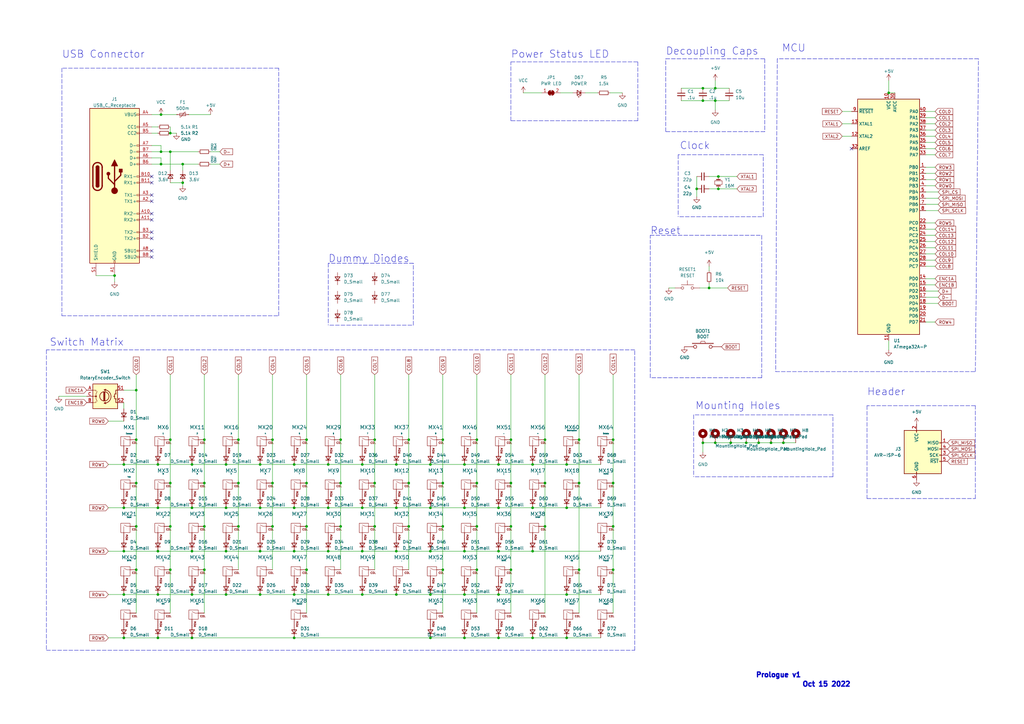
<source format=kicad_sch>
(kicad_sch (version 20211123) (generator eeschema)
  (paper "A3")
  (junction (at 204.47 261.62))
  (junction (at 125.73 233.68))
  (junction (at 190.5 190.5))
  (junction (at 237.49 198.12))
  (junction (at 120.65 226.06))
  (junction (at 209.55 233.68))
  (junction (at 181.61 180.34))
  (junction (at 69.85 198.12))
  (junction (at 176.53 243.84))
  (junction (at 195.58 180.34))
  (junction (at 162.56 190.5))
  (junction (at 294.64 72.39))
  (junction (at 218.44 208.28))
  (junction (at 78.74 190.5))
  (junction (at 139.7 180.34))
  (junction (at 139.7 198.12))
  (junction (at 218.44 190.5))
  (junction (at 64.77 190.5))
  (junction (at 134.62 226.06))
  (junction (at 209.55 198.12))
  (junction (at 148.59 190.5))
  (junction (at 311.15 181.61))
  (junction (at 92.71 208.28))
  (junction (at 125.73 215.9))
  (junction (at 92.71 190.5))
  (junction (at 125.73 198.12))
  (junction (at 190.5 261.62))
  (junction (at 232.41 243.84))
  (junction (at 50.8 261.62))
  (junction (at 83.82 180.34))
  (junction (at 139.7 215.9))
  (junction (at 78.74 243.84))
  (junction (at 78.74 226.06))
  (junction (at 195.58 233.68))
  (junction (at 55.88 160.02))
  (junction (at 69.85 54.61))
  (junction (at 288.29 181.61))
  (junction (at 153.67 215.9))
  (junction (at 293.37 36.195))
  (junction (at 69.85 233.68))
  (junction (at 321.31 181.61))
  (junction (at 195.58 198.12))
  (junction (at 134.62 190.5))
  (junction (at 181.61 215.9))
  (junction (at 153.67 180.34))
  (junction (at 120.65 243.84))
  (junction (at 74.93 74.93))
  (junction (at 69.85 62.23))
  (junction (at 66.04 62.23))
  (junction (at 106.68 190.5))
  (junction (at 148.59 208.28))
  (junction (at 176.53 261.62))
  (junction (at 92.71 243.84))
  (junction (at 111.76 180.34))
  (junction (at 167.64 180.34))
  (junction (at 153.67 198.12))
  (junction (at 251.46 180.34))
  (junction (at 66.04 67.31))
  (junction (at 181.61 233.68))
  (junction (at 232.41 190.5))
  (junction (at 294.64 77.47))
  (junction (at 134.62 208.28))
  (junction (at 50.8 243.84))
  (junction (at 176.53 226.06))
  (junction (at 223.52 198.12))
  (junction (at 195.58 215.9))
  (junction (at 251.46 198.12))
  (junction (at 288.29 41.275))
  (junction (at 50.8 190.5))
  (junction (at 293.37 41.275))
  (junction (at 50.8 208.28))
  (junction (at 232.41 261.62))
  (junction (at 237.49 233.68))
  (junction (at 55.88 233.68))
  (junction (at 97.79 215.9))
  (junction (at 111.76 198.12))
  (junction (at 223.52 215.9))
  (junction (at 92.71 226.06))
  (junction (at 190.5 243.84))
  (junction (at 162.56 243.84))
  (junction (at 64.77 226.06))
  (junction (at 106.68 243.84))
  (junction (at 69.85 215.9))
  (junction (at 106.68 208.28))
  (junction (at 50.8 226.06))
  (junction (at 74.93 67.31))
  (junction (at 66.04 46.99))
  (junction (at 97.79 180.34))
  (junction (at 55.88 180.34))
  (junction (at 167.64 215.9))
  (junction (at 223.52 180.34))
  (junction (at 162.56 208.28))
  (junction (at 162.56 226.06))
  (junction (at 190.5 208.28))
  (junction (at 316.23 181.61))
  (junction (at 299.72 181.61))
  (junction (at 293.37 181.61))
  (junction (at 167.64 198.12))
  (junction (at 106.68 226.06))
  (junction (at 176.53 208.28))
  (junction (at 364.49 38.1))
  (junction (at 251.46 215.9))
  (junction (at 148.59 243.84))
  (junction (at 288.29 36.195))
  (junction (at 285.75 77.47))
  (junction (at 204.47 208.28))
  (junction (at 64.77 208.28))
  (junction (at 55.88 215.9))
  (junction (at 148.59 226.06))
  (junction (at 290.83 118.11))
  (junction (at 55.88 198.12))
  (junction (at 64.77 261.62))
  (junction (at 83.82 215.9))
  (junction (at 218.44 226.06))
  (junction (at 134.62 243.84))
  (junction (at 176.53 190.5))
  (junction (at 78.74 208.28))
  (junction (at 306.07 181.61))
  (junction (at 190.5 226.06))
  (junction (at 83.82 198.12))
  (junction (at 120.65 190.5))
  (junction (at 125.73 180.34))
  (junction (at 204.47 226.06))
  (junction (at 209.55 180.34))
  (junction (at 97.79 198.12))
  (junction (at 111.76 215.9))
  (junction (at 46.99 113.03))
  (junction (at 120.65 261.62))
  (junction (at 237.49 180.34))
  (junction (at 209.55 215.9))
  (junction (at 204.47 190.5))
  (junction (at 181.61 198.12))
  (junction (at 64.77 243.84))
  (junction (at 232.41 208.28))
  (junction (at 78.74 261.62))
  (junction (at 69.85 180.34))
  (junction (at 120.65 208.28))
  (junction (at 83.82 233.68))
  (junction (at 204.47 243.84))
  (junction (at 218.44 261.62))
  (junction (at 251.46 233.68))
  (no_connect (at 62.23 87.63))
  (no_connect (at 62.23 105.41))
  (no_connect (at 62.23 90.17))
  (no_connect (at 62.23 102.87))
  (no_connect (at 62.23 72.39))
  (no_connect (at 62.23 97.79))
  (no_connect (at 62.23 80.01))
  (no_connect (at 62.23 82.55))
  (no_connect (at 62.23 95.25))
  (no_connect (at 62.23 74.93))
  (no_connect (at 349.25 60.96))
  (wire (pts (xy 148.59 190.5) (xy 162.56 190.5)))
  (wire (pts (xy 162.56 226.06) (xy 176.53 226.06)))
  (wire (pts (xy 83.82 153.67) (xy 83.82 180.34)))
  (wire (pts (xy 77.47 46.99) (xy 86.36 46.99)))
  (wire (pts (xy 134.62 243.84) (xy 148.59 243.84)))
  (polyline (pts (xy 260.35 143.51) (xy 19.05 143.51)))
  (wire (pts (xy 229.87 38.1) (xy 234.95 38.1)))
  (polyline (pts (xy 169.545 133.35) (xy 169.545 107.95)))
  (wire (pts (xy 214.63 38.1) (xy 222.25 38.1)))
  (wire (pts (xy 293.37 41.275) (xy 299.085 41.275)))
  (wire (pts (xy 148.59 243.84) (xy 162.56 243.84)))
  (wire (pts (xy 44.45 261.62) (xy 50.8 261.62)))
  (wire (pts (xy 50.8 160.02) (xy 55.88 160.02)))
  (wire (pts (xy 64.77 261.62) (xy 78.74 261.62)))
  (wire (pts (xy 190.5 190.5) (xy 204.47 190.5)))
  (wire (pts (xy 379.73 76.2) (xy 383.54 76.2)))
  (wire (pts (xy 50.8 190.5) (xy 64.77 190.5)))
  (wire (pts (xy 97.79 153.67) (xy 97.79 180.34)))
  (polyline (pts (xy 318.135 152.4) (xy 400.05 152.4)))
  (polyline (pts (xy 19.05 266.7) (xy 260.35 266.7)))
  (polyline (pts (xy 25.4 129.54) (xy 114.3 129.54)))
  (wire (pts (xy 232.41 243.84) (xy 246.38 243.84)))
  (wire (pts (xy 50.8 243.84) (xy 64.77 243.84)))
  (wire (pts (xy 190.5 226.06) (xy 204.47 226.06)))
  (wire (pts (xy 279.4 41.275) (xy 288.29 41.275)))
  (wire (pts (xy 66.04 64.77) (xy 66.04 67.31)))
  (wire (pts (xy 69.85 62.23) (xy 69.85 69.85)))
  (wire (pts (xy 364.49 38.1) (xy 367.03 38.1)))
  (wire (pts (xy 250.19 38.1) (xy 255.27 38.1)))
  (wire (pts (xy 83.82 215.9) (xy 83.82 233.68)))
  (wire (pts (xy 290.83 77.47) (xy 294.64 77.47)))
  (wire (pts (xy 92.71 243.84) (xy 106.68 243.84)))
  (polyline (pts (xy 134.62 107.95) (xy 134.62 133.35)))
  (wire (pts (xy 125.73 153.67) (xy 125.73 180.34)))
  (wire (pts (xy 223.52 180.34) (xy 223.52 198.12)))
  (wire (pts (xy 55.88 153.67) (xy 55.88 160.02)))
  (polyline (pts (xy 285.115 195.58) (xy 341.63 195.58)))
  (wire (pts (xy 64.77 243.84) (xy 78.74 243.84)))
  (polyline (pts (xy 266.7 96.52) (xy 312.42 96.52)))
  (wire (pts (xy 218.44 226.06) (xy 246.38 226.06)))
  (wire (pts (xy 78.74 208.28) (xy 92.71 208.28)))
  (wire (pts (xy 55.88 180.34) (xy 55.88 198.12)))
  (wire (pts (xy 288.29 181.61) (xy 293.37 181.61)))
  (wire (pts (xy 288.29 181.61) (xy 288.29 185.42)))
  (wire (pts (xy 379.73 58.42) (xy 383.54 58.42)))
  (wire (pts (xy 50.8 165.1) (xy 50.8 167.64)))
  (wire (pts (xy 162.56 190.5) (xy 176.53 190.5)))
  (polyline (pts (xy 341.63 170.18) (xy 284.48 170.18)))
  (wire (pts (xy 379.73 73.66) (xy 383.54 73.66)))
  (wire (pts (xy 321.31 181.61) (xy 326.39 181.61)))
  (wire (pts (xy 195.58 198.12) (xy 195.58 215.9)))
  (wire (pts (xy 299.72 181.61) (xy 306.07 181.61)))
  (wire (pts (xy 44.45 172.72) (xy 50.8 172.72)))
  (wire (pts (xy 66.04 59.69) (xy 66.04 62.23)))
  (wire (pts (xy 251.46 180.34) (xy 251.46 198.12)))
  (polyline (pts (xy 355.6 166.37) (xy 355.6 204.47)))
  (wire (pts (xy 162.56 208.28) (xy 176.53 208.28)))
  (wire (pts (xy 66.04 67.31) (xy 62.23 67.31)))
  (wire (pts (xy 153.67 215.9) (xy 153.67 233.68)))
  (polyline (pts (xy 313.69 53.975) (xy 273.05 53.975)))
  (wire (pts (xy 92.71 208.28) (xy 106.68 208.28)))
  (wire (pts (xy 97.79 198.12) (xy 97.79 215.9)))
  (polyline (pts (xy 313.055 88.9) (xy 313.055 63.5)))
  (wire (pts (xy 379.73 96.52) (xy 383.54 96.52)))
  (wire (pts (xy 204.47 243.84) (xy 232.41 243.84)))
  (wire (pts (xy 379.73 119.38) (xy 384.81 119.38)))
  (wire (pts (xy 106.68 243.84) (xy 120.65 243.84)))
  (wire (pts (xy 274.32 118.11) (xy 276.86 118.11)))
  (wire (pts (xy 72.39 54.61) (xy 69.85 54.61)))
  (wire (pts (xy 69.85 74.93) (xy 74.93 74.93)))
  (wire (pts (xy 176.53 261.62) (xy 190.5 261.62)))
  (wire (pts (xy 139.7 215.9) (xy 139.7 233.68)))
  (wire (pts (xy 69.85 215.9) (xy 69.85 233.68)))
  (wire (pts (xy 139.7 198.12) (xy 139.7 215.9)))
  (wire (pts (xy 120.65 190.5) (xy 134.62 190.5)))
  (polyline (pts (xy 313.69 24.13) (xy 313.69 53.975)))
  (wire (pts (xy 285.75 77.47) (xy 285.75 80.645)))
  (polyline (pts (xy 401.32 24.13) (xy 318.77 24.13)))
  (wire (pts (xy 379.73 48.26) (xy 383.54 48.26)))
  (wire (pts (xy 69.85 54.61) (xy 69.85 52.07)))
  (wire (pts (xy 209.55 180.34) (xy 209.55 198.12)))
  (wire (pts (xy 223.52 215.9) (xy 223.52 251.46)))
  (wire (pts (xy 125.73 198.12) (xy 125.73 215.9)))
  (wire (pts (xy 379.73 55.88) (xy 383.54 55.88)))
  (wire (pts (xy 83.82 180.34) (xy 83.82 198.12)))
  (wire (pts (xy 78.74 190.5) (xy 92.71 190.5)))
  (polyline (pts (xy 278.13 63.5) (xy 278.13 88.9)))
  (wire (pts (xy 379.73 86.36) (xy 384.81 86.36)))
  (wire (pts (xy 290.83 118.11) (xy 298.45 118.11)))
  (wire (pts (xy 134.62 226.06) (xy 148.59 226.06)))
  (wire (pts (xy 86.36 67.31) (xy 90.17 67.31)))
  (wire (pts (xy 167.64 198.12) (xy 167.64 215.9)))
  (wire (pts (xy 24.13 162.56) (xy 35.56 162.56)))
  (polyline (pts (xy 135.255 133.35) (xy 169.545 133.35)))
  (wire (pts (xy 294.64 72.39) (xy 302.26 72.39)))
  (wire (pts (xy 64.77 190.5) (xy 78.74 190.5)))
  (wire (pts (xy 50.8 208.28) (xy 64.77 208.28)))
  (polyline (pts (xy 114.3 129.54) (xy 114.3 27.94)))
  (wire (pts (xy 364.49 33.02) (xy 364.49 38.1)))
  (polyline (pts (xy 169.545 107.95) (xy 134.62 107.95)))
  (wire (pts (xy 69.85 180.34) (xy 69.85 198.12)))
  (wire (pts (xy 379.73 78.74) (xy 384.81 78.74)))
  (wire (pts (xy 290.83 116.205) (xy 290.83 118.11)))
  (wire (pts (xy 86.36 62.23) (xy 90.17 62.23)))
  (wire (pts (xy 195.58 215.9) (xy 195.58 233.68)))
  (polyline (pts (xy 400.05 166.37) (xy 355.6 166.37)))
  (wire (pts (xy 62.23 54.61) (xy 64.77 54.61)))
  (wire (pts (xy 69.85 198.12) (xy 69.85 215.9)))
  (wire (pts (xy 64.77 208.28) (xy 78.74 208.28)))
  (wire (pts (xy 106.68 208.28) (xy 120.65 208.28)))
  (polyline (pts (xy 261.62 25.4) (xy 261.62 49.53)))
  (wire (pts (xy 55.88 160.02) (xy 55.88 180.34)))
  (polyline (pts (xy 312.42 154.94) (xy 266.7 154.94)))
  (wire (pts (xy 293.37 33.02) (xy 293.37 36.195)))
  (wire (pts (xy 62.23 64.77) (xy 66.04 64.77)))
  (wire (pts (xy 167.64 180.34) (xy 167.64 198.12)))
  (wire (pts (xy 379.73 101.6) (xy 383.54 101.6)))
  (wire (pts (xy 237.49 198.12) (xy 237.49 233.68)))
  (wire (pts (xy 83.82 233.68) (xy 83.82 251.46)))
  (polyline (pts (xy 400.05 204.47) (xy 400.05 166.37)))
  (wire (pts (xy 195.58 180.34) (xy 195.58 198.12)))
  (wire (pts (xy 190.5 261.62) (xy 204.47 261.62)))
  (polyline (pts (xy 19.05 143.51) (xy 19.05 266.7)))
  (wire (pts (xy 223.52 153.67) (xy 223.52 180.34)))
  (wire (pts (xy 97.79 180.34) (xy 97.79 198.12)))
  (wire (pts (xy 167.64 153.67) (xy 167.64 180.34)))
  (wire (pts (xy 66.04 62.23) (xy 62.23 62.23)))
  (wire (pts (xy 345.44 45.72) (xy 349.25 45.72)))
  (wire (pts (xy 111.76 153.67) (xy 111.76 180.34)))
  (wire (pts (xy 153.67 198.12) (xy 153.67 215.9)))
  (wire (pts (xy 237.49 180.34) (xy 237.49 198.12)))
  (wire (pts (xy 50.8 261.62) (xy 64.77 261.62)))
  (wire (pts (xy 78.74 243.84) (xy 92.71 243.84)))
  (wire (pts (xy 285.75 72.39) (xy 285.75 77.47)))
  (wire (pts (xy 204.47 208.28) (xy 218.44 208.28)))
  (wire (pts (xy 55.88 198.12) (xy 55.88 215.9)))
  (wire (pts (xy 111.76 198.12) (xy 111.76 215.9)))
  (wire (pts (xy 92.71 190.5) (xy 106.68 190.5)))
  (wire (pts (xy 379.73 132.08) (xy 383.54 132.08)))
  (wire (pts (xy 181.61 215.9) (xy 181.61 233.68)))
  (wire (pts (xy 50.8 226.06) (xy 64.77 226.06)))
  (wire (pts (xy 195.58 153.67) (xy 195.58 180.34)))
  (wire (pts (xy 204.47 226.06) (xy 218.44 226.06)))
  (wire (pts (xy 345.44 55.88) (xy 349.25 55.88)))
  (wire (pts (xy 69.85 233.68) (xy 69.85 251.46)))
  (wire (pts (xy 176.53 243.84) (xy 190.5 243.84)))
  (wire (pts (xy 232.41 190.5) (xy 246.38 190.5)))
  (wire (pts (xy 232.41 208.28) (xy 246.38 208.28)))
  (wire (pts (xy 106.68 226.06) (xy 120.65 226.06)))
  (wire (pts (xy 74.93 74.93) (xy 74.93 76.2)))
  (wire (pts (xy 218.44 208.28) (xy 232.41 208.28)))
  (wire (pts (xy 176.53 190.5) (xy 190.5 190.5)))
  (polyline (pts (xy 284.48 170.18) (xy 284.48 195.58)))
  (wire (pts (xy 195.58 233.68) (xy 195.58 251.46)))
  (wire (pts (xy 167.64 215.9) (xy 167.64 233.68)))
  (wire (pts (xy 74.93 67.31) (xy 81.28 67.31)))
  (wire (pts (xy 125.73 233.68) (xy 125.73 251.46)))
  (polyline (pts (xy 313.055 63.5) (xy 278.13 63.5)))
  (wire (pts (xy 209.55 153.67) (xy 209.55 180.34)))
  (wire (pts (xy 106.68 190.5) (xy 120.65 190.5)))
  (polyline (pts (xy 261.62 49.53) (xy 209.55 49.53)))
  (wire (pts (xy 232.41 261.62) (xy 246.38 261.62)))
  (wire (pts (xy 176.53 208.28) (xy 190.5 208.28)))
  (wire (pts (xy 209.55 233.68) (xy 209.55 251.46)))
  (wire (pts (xy 293.37 41.275) (xy 293.37 45.085)))
  (wire (pts (xy 237.49 153.67) (xy 237.49 180.34)))
  (wire (pts (xy 251.46 215.9) (xy 251.46 233.68)))
  (polyline (pts (xy 312.42 96.52) (xy 312.42 154.94)))
  (polyline (pts (xy 260.35 266.7) (xy 260.35 143.51)))
  (wire (pts (xy 148.59 226.06) (xy 162.56 226.06)))
  (wire (pts (xy 78.74 261.62) (xy 120.65 261.62)))
  (polyline (pts (xy 114.3 27.94) (xy 25.4 27.94)))
  (wire (pts (xy 379.73 93.98) (xy 383.54 93.98)))
  (wire (pts (xy 311.15 181.61) (xy 316.23 181.61)))
  (wire (pts (xy 379.73 104.14) (xy 383.54 104.14)))
  (wire (pts (xy 379.73 109.22) (xy 383.54 109.22)))
  (polyline (pts (xy 273.05 53.975) (xy 273.05 24.13)))
  (wire (pts (xy 181.61 180.34) (xy 181.61 198.12)))
  (wire (pts (xy 204.47 190.5) (xy 218.44 190.5)))
  (wire (pts (xy 97.79 215.9) (xy 97.79 233.68)))
  (polyline (pts (xy 266.7 154.94) (xy 266.7 96.52)))
  (wire (pts (xy 379.73 53.34) (xy 383.54 53.34)))
  (wire (pts (xy 181.61 198.12) (xy 181.61 215.9)))
  (polyline (pts (xy 278.765 88.9) (xy 313.055 88.9)))
  (wire (pts (xy 55.88 233.68) (xy 55.88 251.46)))
  (wire (pts (xy 251.46 233.68) (xy 251.46 251.46)))
  (polyline (pts (xy 273.05 24.13) (xy 313.69 24.13)))
  (wire (pts (xy 218.44 190.5) (xy 232.41 190.5)))
  (wire (pts (xy 148.59 208.28) (xy 162.56 208.28)))
  (wire (pts (xy 78.74 226.06) (xy 92.71 226.06)))
  (polyline (pts (xy 209.55 25.4) (xy 261.62 25.4)))
  (wire (pts (xy 379.73 60.96) (xy 383.54 60.96)))
  (wire (pts (xy 92.71 226.06) (xy 106.68 226.06)))
  (wire (pts (xy 379.73 81.28) (xy 384.81 81.28)))
  (wire (pts (xy 120.65 243.84) (xy 134.62 243.84)))
  (wire (pts (xy 44.45 243.84) (xy 50.8 243.84)))
  (wire (pts (xy 293.37 36.195) (xy 299.085 36.195)))
  (wire (pts (xy 237.49 233.68) (xy 237.49 251.46)))
  (wire (pts (xy 379.73 63.5) (xy 383.54 63.5)))
  (wire (pts (xy 44.45 226.06) (xy 50.8 226.06)))
  (wire (pts (xy 316.23 181.61) (xy 321.31 181.61)))
  (polyline (pts (xy 400.05 152.4) (xy 401.32 24.13)))
  (wire (pts (xy 153.67 153.67) (xy 153.67 180.34)))
  (wire (pts (xy 66.04 67.31) (xy 74.93 67.31)))
  (wire (pts (xy 379.73 121.92) (xy 384.81 121.92)))
  (wire (pts (xy 134.62 190.5) (xy 148.59 190.5)))
  (wire (pts (xy 279.4 36.195) (xy 288.29 36.195)))
  (wire (pts (xy 209.55 198.12) (xy 209.55 215.9)))
  (wire (pts (xy 209.55 215.9) (xy 209.55 233.68)))
  (wire (pts (xy 125.73 180.34) (xy 125.73 198.12)))
  (polyline (pts (xy 209.55 49.53) (xy 209.55 25.4)))
  (polyline (pts (xy 355.6 204.47) (xy 400.05 204.47)))
  (wire (pts (xy 62.23 59.69) (xy 66.04 59.69)))
  (wire (pts (xy 306.07 181.61) (xy 311.15 181.61)))
  (wire (pts (xy 190.5 243.84) (xy 204.47 243.84)))
  (wire (pts (xy 345.44 50.8) (xy 349.25 50.8)))
  (wire (pts (xy 251.46 198.12) (xy 251.46 215.9)))
  (polyline (pts (xy 341.63 195.58) (xy 341.63 170.18)))
  (wire (pts (xy 134.62 208.28) (xy 148.59 208.28)))
  (wire (pts (xy 379.73 106.68) (xy 383.54 106.68)))
  (wire (pts (xy 125.73 215.9) (xy 125.73 233.68)))
  (wire (pts (xy 111.76 180.34) (xy 111.76 198.12)))
  (polyline (pts (xy 318.77 24.13) (xy 318.135 152.4)))
  (wire (pts (xy 379.73 91.44) (xy 383.54 91.44)))
  (wire (pts (xy 290.83 109.22) (xy 290.83 111.125)))
  (wire (pts (xy 44.45 208.28) (xy 50.8 208.28)))
  (wire (pts (xy 46.99 115.57) (xy 46.99 113.03)))
  (wire (pts (xy 181.61 233.68) (xy 181.61 251.46)))
  (wire (pts (xy 62.23 46.99) (xy 66.04 46.99)))
  (wire (pts (xy 120.65 261.62) (xy 176.53 261.62)))
  (wire (pts (xy 379.73 124.46) (xy 384.81 124.46)))
  (wire (pts (xy 223.52 198.12) (xy 223.52 215.9)))
  (wire (pts (xy 120.65 226.06) (xy 134.62 226.06)))
  (wire (pts (xy 204.47 261.62) (xy 218.44 261.62)))
  (wire (pts (xy 74.93 67.31) (xy 74.93 69.85)))
  (wire (pts (xy 83.82 198.12) (xy 83.82 215.9)))
  (wire (pts (xy 240.03 38.1) (xy 245.11 38.1)))
  (wire (pts (xy 66.04 62.23) (xy 69.85 62.23)))
  (wire (pts (xy 139.7 153.67) (xy 139.7 180.34)))
  (polyline (pts (xy 25.4 27.94) (xy 25.4 129.54)))
  (wire (pts (xy 64.77 226.06) (xy 78.74 226.06)))
  (wire (pts (xy 44.45 190.5) (xy 50.8 190.5)))
  (wire (pts (xy 69.85 153.67) (xy 69.85 180.34)))
  (wire (pts (xy 69.85 62.23) (xy 81.28 62.23)))
  (wire (pts (xy 288.29 41.275) (xy 293.37 41.275)))
  (wire (pts (xy 294.64 77.47) (xy 302.26 77.47)))
  (wire (pts (xy 46.99 113.03) (xy 39.37 113.03)))
  (wire (pts (xy 139.7 180.34) (xy 139.7 198.12)))
  (wire (pts (xy 287.02 118.11) (xy 290.83 118.11)))
  (wire (pts (xy 55.88 215.9) (xy 55.88 233.68)))
  (wire (pts (xy 364.49 139.7) (xy 364.49 143.51)))
  (wire (pts (xy 379.73 45.72) (xy 383.54 45.72)))
  (wire (pts (xy 190.5 208.28) (xy 204.47 208.28)))
  (wire (pts (xy 218.44 261.62) (xy 232.41 261.62)))
  (wire (pts (xy 290.83 72.39) (xy 294.64 72.39)))
  (wire (pts (xy 288.29 36.195) (xy 293.37 36.195)))
  (wire (pts (xy 62.23 52.07) (xy 64.77 52.07)))
  (wire (pts (xy 379.73 114.3) (xy 383.54 114.3)))
  (wire (pts (xy 379.73 83.82) (xy 384.81 83.82)))
  (wire (pts (xy 181.61 153.67) (xy 181.61 180.34)))
  (wire (pts (xy 251.46 153.67) (xy 251.46 180.34)))
  (wire (pts (xy 379.73 116.84) (xy 383.54 116.84)))
  (wire (pts (xy 293.37 181.61) (xy 299.72 181.61)))
  (wire (pts (xy 379.73 68.58) (xy 383.54 68.58)))
  (wire (pts (xy 379.73 71.12) (xy 383.54 71.12)))
  (wire (pts (xy 111.76 215.9) (xy 111.76 233.68)))
  (wire (pts (xy 66.04 46.99) (xy 72.39 46.99)))
  (wire (pts (xy 153.67 180.34) (xy 153.67 198.12)))
  (wire (pts (xy 379.73 50.8) (xy 383.54 50.8)))
  (wire (pts (xy 176.53 226.06) (xy 190.5 226.06)))
  (wire (pts (xy 120.65 208.28) (xy 134.62 208.28)))
  (wire (pts (xy 162.56 243.84) (xy 176.53 243.84)))
  (wire (pts (xy 379.73 99.06) (xy 383.54 99.06)))
  (text "Switch Matrix" (at 20.32 142.24 0) (effects (font (size 3 3)) (justify left bottom)))
  (text "Clock" (at 278.765 61.595 0) (effects (font (size 3 3)) (justify left bottom)))
  (text "Power Status LED" (at 209.55 24.13 0) (effects (font (size 3 3)) (justify left bottom)))
  (text "Oct 15 2022" (at 328.93 281.94 0) (effects (font (size 2 2) (thickness 0.6) bold) (justify left bottom)))
  (text "Mounting Holes" (at 285.115 168.275 0) (effects (font (size 3 3)) (justify left bottom)))
  (text "Decoupling Caps" (at 273.05 22.86 0) (effects (font (size 3 3)) (justify left bottom)))
  (text "MCU" (at 320.675 21.59 0) (effects (font (size 3 3)) (justify left bottom)))
  (text "Prologue v1" (at 309.88 278.13 0) (effects (font (size 2 2) (thickness 0.6) bold) (justify left bottom)))
  (text "USB Connector" (at 25.4 24.13 0) (effects (font (size 3 3)) (justify left bottom)))
  (text "Header" (at 355.6 162.56 0) (effects (font (size 3 3)) (justify left bottom)))
  (text "Dummy Diodes" (at 134.62 107.95 0) (effects (font (size 3 3)) (justify left bottom)))
  (text "Reset" (at 266.7 96.52 0) (effects (font (size 3 3)) (justify left bottom)))
  (global_label "ROW0" (shape input) (at 383.54 76.2 0) (property "Intersheet References" "${INTERSHEET_REFS}" (effects hide)))
  (global_label "ROW3" (shape input) (at 44.45 226.06 180) (property "Intersheet References" "${INTERSHEET_REFS}" (effects hide)))
  (global_label "ROW3" (shape input) (at 383.54 68.58 0) (property "Intersheet References" "${INTERSHEET_REFS}" (effects hide)))
  (global_label "COL10" (shape input) (at 383.54 104.14 0) (property "Intersheet References" "${INTERSHEET_REFS}" (effects hide)))
  (global_label "COL10" (shape input) (at 195.58 153.67 90) (property "Intersheet References" "${INTERSHEET_REFS}" (effects hide)))
  (global_label "SPI_CS" (shape input) (at 384.81 78.74 0) (property "Intersheet References" "${INTERSHEET_REFS}" (effects hide)))
  (global_label "COL8" (shape input) (at 167.64 153.67 90) (property "Intersheet References" "${INTERSHEET_REFS}" (effects hide)))
  (global_label "BOOT" (shape input) (at 295.91 142.24 0) (property "Intersheet References" "${INTERSHEET_REFS}" (effects hide)))
  (global_label "ENC1B" (shape input) (at 35.56 165.1 180) (property "Intersheet References" "${INTERSHEET_REFS}" (effects hide)))
  (global_label "RESET" (shape input) (at 388.62 189.23 0) (property "Intersheet References" "${INTERSHEET_REFS}" (effects hide)))
  (global_label "COL3" (shape input) (at 97.79 153.67 90) (property "Intersheet References" "${INTERSHEET_REFS}" (effects hide)))
  (global_label "D+" (shape input) (at 384.81 119.38 0) (property "Intersheet References" "${INTERSHEET_REFS}" (effects hide)))
  (global_label "COL3" (shape input) (at 383.54 53.34 0) (property "Intersheet References" "${INTERSHEET_REFS}" (effects hide)))
  (global_label "ROW2" (shape input) (at 44.45 208.28 180) (property "Intersheet References" "${INTERSHEET_REFS}" (effects hide)))
  (global_label "XTAL1" (shape input) (at 302.26 72.39 0) (property "Intersheet References" "${INTERSHEET_REFS}" (effects hide)))
  (global_label "SPI_SCLK" (shape input) (at 384.81 86.36 0) (property "Intersheet References" "${INTERSHEET_REFS}" (effects hide)))
  (global_label "COL1" (shape input) (at 69.85 153.67 90) (property "Intersheet References" "${INTERSHEET_REFS}" (effects hide)))
  (global_label "COL0" (shape input) (at 383.54 45.72 0) (property "Intersheet References" "${INTERSHEET_REFS}" (effects hide)))
  (global_label "COL13" (shape input) (at 383.54 96.52 0) (property "Intersheet References" "${INTERSHEET_REFS}" (effects hide)))
  (global_label "COL7" (shape input) (at 383.54 63.5 0) (property "Intersheet References" "${INTERSHEET_REFS}" (effects hide)))
  (global_label "COL5" (shape input) (at 125.73 153.67 90) (property "Intersheet References" "${INTERSHEET_REFS}" (effects hide)))
  (global_label "ROW1" (shape input) (at 383.54 73.66 0) (property "Intersheet References" "${INTERSHEET_REFS}" (effects hide)))
  (global_label "COL4" (shape input) (at 383.54 55.88 0) (property "Intersheet References" "${INTERSHEET_REFS}" (effects hide)))
  (global_label "COL5" (shape input) (at 383.54 58.42 0) (property "Intersheet References" "${INTERSHEET_REFS}" (effects hide)))
  (global_label "COL14" (shape input) (at 383.54 93.98 0) (property "Intersheet References" "${INTERSHEET_REFS}" (effects hide)))
  (global_label "BOOT" (shape input) (at 384.81 124.46 0) (property "Intersheet References" "${INTERSHEET_REFS}" (effects hide)))
  (global_label "SPI_MISO" (shape input) (at 384.81 83.82 0) (property "Intersheet References" "${INTERSHEET_REFS}" (effects hide)))
  (global_label "COL2" (shape input) (at 83.82 153.67 90) (property "Intersheet References" "${INTERSHEET_REFS}" (effects hide)))
  (global_label "SPI_MOSI" (shape input) (at 384.81 81.28 0) (property "Intersheet References" "${INTERSHEET_REFS}" (effects hide)))
  (global_label "ROW2" (shape input) (at 383.54 71.12 0) (property "Intersheet References" "${INTERSHEET_REFS}" (effects hide)))
  (global_label "COL6" (shape input) (at 139.7 153.67 90) (property "Intersheet References" "${INTERSHEET_REFS}" (effects hide)))
  (global_label "COL1" (shape input) (at 383.54 48.26 0) (property "Intersheet References" "${INTERSHEET_REFS}" (effects hide)))
  (global_label "SPI_MOSI" (shape input) (at 388.62 184.15 0) (property "Intersheet References" "${INTERSHEET_REFS}" (effects hide)))
  (global_label "RESET" (shape input) (at 298.45 118.11 0) (property "Intersheet References" "${INTERSHEET_REFS}" (effects hide)))
  (global_label "SPI_MISO" (shape input) (at 388.62 181.61 0) (property "Intersheet References" "${INTERSHEET_REFS}" (effects hide)))
  (global_label "COL9" (shape input) (at 383.54 106.68 0) (property "Intersheet References" "${INTERSHEET_REFS}" (effects hide)))
  (global_label "ROW5" (shape input) (at 383.54 91.44 0) (property "Intersheet References" "${INTERSHEET_REFS}" (effects hide)))
  (global_label "ROW1" (shape input) (at 44.45 190.5 180) (property "Intersheet References" "${INTERSHEET_REFS}" (effects hide)))
  (global_label "ROW0" (shape input) (at 44.45 172.72 180) (property "Intersheet References" "${INTERSHEET_REFS}" (effects hide)))
  (global_label "XTAL2" (shape input) (at 302.26 77.47 0) (property "Intersheet References" "${INTERSHEET_REFS}" (effects hide)))
  (global_label "COL12" (shape input) (at 383.54 99.06 0) (property "Intersheet References" "${INTERSHEET_REFS}" (effects hide)))
  (global_label "D+" (shape input) (at 90.17 67.31 0) (property "Intersheet References" "${INTERSHEET_REFS}" (effects hide)))
  (global_label "COL14" (shape input) (at 251.46 153.67 90) (property "Intersheet References" "${INTERSHEET_REFS}" (effects hide)))
  (global_label "COL8" (shape input) (at 383.54 109.22 0) (property "Intersheet References" "${INTERSHEET_REFS}" (effects hide)))
  (global_label "ROW4" (shape input) (at 44.45 243.84 180) (property "Intersheet References" "${INTERSHEET_REFS}" (effects hide)))
  (global_label "RESET" (shape input) (at 345.44 45.72 180) (property "Intersheet References" "${INTERSHEET_REFS}" (effects hide)))
  (global_label "COL7" (shape input) (at 153.67 153.67 90) (property "Intersheet References" "${INTERSHEET_REFS}" (effects hide)))
  (global_label "ENC1B" (shape input) (at 383.54 116.84 0) (property "Intersheet References" "${INTERSHEET_REFS}" (effects hide)))
  (global_label "XTAL2" (shape input) (at 345.44 55.88 180) (property "Intersheet References" "${INTERSHEET_REFS}" (effects hide)))
  (global_label "COL0" (shape input) (at 55.88 153.67 90) (property "Intersheet References" "${INTERSHEET_REFS}" (effects hide)))
  (global_label "COL9" (shape input) (at 181.61 153.67 90) (property "Intersheet References" "${INTERSHEET_REFS}" (effects hide)))
  (global_label "D-" (shape input) (at 90.17 62.23 0) (property "Intersheet References" "${INTERSHEET_REFS}" (effects hide)))
  (global_label "COL4" (shape input) (at 111.76 153.67 90) (property "Intersheet References" "${INTERSHEET_REFS}" (effects hide)))
  (global_label "D-" (shape input) (at 384.81 121.92 0) (property "Intersheet References" "${INTERSHEET_REFS}" (effects hide)))
  (global_label "COL11" (shape input) (at 209.55 153.67 90) (property "Intersheet References" "${INTERSHEET_REFS}" (effects hide)))
  (global_label "ENC1A" (shape input) (at 35.56 160.02 180) (property "Intersheet References" "${INTERSHEET_REFS}" (effects hide)))
  (global_label "COL11" (shape input) (at 383.54 101.6 0) (property "Intersheet References" "${INTERSHEET_REFS}" (effects hide)))
  (global_label "SPI_SCLK" (shape input) (at 388.62 186.69 0) (property "Intersheet References" "${INTERSHEET_REFS}" (effects hide)))
  (global_label "COL12" (shape input) (at 223.52 153.67 90) (property "Intersheet References" "${INTERSHEET_REFS}" (effects hide)))
  (global_label "COL13" (shape input) (at 237.49 153.67 90) (property "Intersheet References" "${INTERSHEET_REFS}" (effects hide)))
  (global_label "ENC1A" (shape input) (at 383.54 114.3 0) (property "Intersheet References" "${INTERSHEET_REFS}" (effects hide)))
  (global_label "ROW4" (shape input) (at 383.54 132.08 0) (property "Intersheet References" "${INTERSHEET_REFS}" (effects hide)))
  (global_label "ROW5" (shape input) (at 44.45 261.62 180) (property "Intersheet References" "${INTERSHEET_REFS}" (effects hide)))
  (global_label "COL6" (shape input) (at 383.54 60.96 0) (property "Intersheet References" "${INTERSHEET_REFS}" (effects hide)))
  (global_label "XTAL1" (shape input) (at 345.44 50.8 180) (property "Intersheet References" "${INTERSHEET_REFS}" (effects hide)))
  (global_label "COL2" (shape input) (at 383.54 50.8 0) (property "Intersheet References" "${INTERSHEET_REFS}" (effects hide)))
  (symbol (lib_id "MX_Alps_Hybrid:MX-NoLED") (at 66.04 234.95 0) (unit 1)
    (property "Reference" "MX42" (at 66.9256 228.6 0) (effects (font (size 1.524 1.524))))
    (property "Value" "Z" (at 66.9256 229.87 0) (effects (font (size 0.508 0.508))))
    (property "Footprint" "colonDcustom:MX_1U_Hotswap" (effects hide))
  )
  (symbol (lib_id "MX_Alps_Hybrid:MX-NoLED") (at 135.89 217.17 0) (unit 1)
    (property "Reference" "MX30" (at 136.7756 210.82 0) (effects (font (size 1.524 1.524))))
    (property "Value" "H" (at 136.7756 212.09 0) (effects (font (size 0.508 0.508))))
    (property "Footprint" "colonDcustom:MX_1U_Hotswap" (effects hide))
  )
  (symbol (lib_id "Device:D_Small") (at 153.67 121.92 90) (unit 1)
    (property "Reference" "D77" (at 156.21 120.6499 90) (effects (justify right)))
    (property "Value" "D_Small" (at 156.21 123.1899 90) (effects (justify right)))
    (property "Footprint" "colonDcustom:diode_do-35" (effects hide))
  )
  (symbol (lib_id "MX_Alps_Hybrid:MX-NoLED") (at 247.65 252.73 0) (unit 1)
    (property "Reference" "MX68" (at 248.5356 246.38 0) (effects (font (size 1.524 1.524))))
    (property "Value" "Right" (at 248.5356 247.65 0) (effects (font (size 0.508 0.508))))
    (property "Footprint" "colonDcustom:MX_1U_Hotswap" (effects hide))
  )
  (symbol (lib_id "Device:D_Small") (at 218.44 223.52 90) (unit 1)
    (property "Reference" "D61" (at 220.98 222.2499 90) (effects (justify right)))
    (property "Value" "D_Small" (at 220.98 224.7899 90) (effects (justify right)))
    (property "Footprint" "colonDcustom:diode_do-35" (effects hide))
  )
  (symbol (lib_id "power:VCC") (at 214.63 38.1 0) (unit 1)
    (property "Reference" "#PWR0102" (effects hide))
    (property "Value" "VCC" (at 214.63 33.02 0))
  )
  (symbol (lib_id "Device:D_Small") (at 78.74 205.74 90) (unit 1)
    (property "Reference" "D15" (at 81.28 204.4699 90) (effects (justify right)))
    (property "Value" "D_Small" (at 81.28 207.0099 90) (effects (justify right)))
    (property "Footprint" "colonDcustom:diode_do-35" (effects hide))
  )
  (symbol (lib_id "MX_Alps_Hybrid:MX-NoLED") (at 247.65 181.61 0) (unit 1)
    (property "Reference" "MX64" (at 248.5356 175.26 0) (effects (font (size 1.524 1.524))))
    (property "Value" "Delete" (at 248.5356 177.8 0) (effects (font (size 0.508 0.508))))
    (property "Footprint" "colonDcustom:MX_1U_Hotswap" (effects hide))
  )
  (symbol (lib_id "Device:D_Small") (at 246.38 259.08 90) (unit 1)
    (property "Reference" "D72" (at 248.92 257.8099 90) (effects (justify right)))
    (property "Value" "D_Small" (at 248.92 260.3499 90) (effects (justify right)))
    (property "Footprint" "colonDcustom:diode_do-35" (effects hide))
  )
  (symbol (lib_id "Device:D_Small") (at 50.8 187.96 90) (unit 1)
    (property "Reference" "D2" (at 53.34 186.6899 90) (effects (justify right)))
    (property "Value" "D_Small" (at 53.34 189.2299 90) (effects (justify right)))
    (property "Footprint" "colonDcustom:diode_do-35" (effects hide))
  )
  (symbol (lib_id "MX_Alps_Hybrid:MX-NoLED") (at 80.01 199.39 0) (unit 1)
    (property "Reference" "MX4" (at 80.8956 193.04 0) (effects (font (size 1.524 1.524))))
    (property "Value" "W" (at 80.8956 194.31 0) (effects (font (size 0.508 0.508))))
    (property "Footprint" "colonDcustom:MX_1U_Hotswap" (effects hide))
  )
  (symbol (lib_id "Device:Polyfuse_Small") (at 74.93 46.99 90) (unit 1)
    (property "Reference" "F1" (at 74.93 41.91 90))
    (property "Value" "500m" (at 74.93 44.45 90))
    (property "Footprint" "colonDcustom:Fuse_TH_7.3mm" (effects hide))
  )
  (symbol (lib_id "Device:D_Small") (at 176.53 259.08 90) (unit 1)
    (property "Reference" "D48" (at 179.07 257.8099 90) (effects (justify right)))
    (property "Value" "D_Small" (at 175.26 260.35 90) (effects (justify right)))
    (property "Footprint" "colonDcustom:diode_do-35" (effects hide))
  )
  (symbol (lib_id "Device:D_Small") (at 120.65 187.96 90) (unit 1)
    (property "Reference" "D27" (at 123.19 186.6899 90) (effects (justify right)))
    (property "Value" "D_Small" (at 123.19 189.2299 90) (effects (justify right)))
    (property "Footprint" "colonDcustom:diode_do-35" (effects hide))
  )
  (symbol (lib_id "Device:D_Small") (at 92.71 223.52 90) (unit 1)
    (property "Reference" "D21" (at 95.25 222.2499 90) (effects (justify right)))
    (property "Value" "D_Small" (at 93.98 224.79 90) (effects (justify right)))
    (property "Footprint" "colonDcustom:diode_do-35" (effects hide))
  )
  (symbol (lib_id "MX_Alps_Hybrid:MX-NoLED") (at 107.95 234.95 0) (unit 1)
    (property "Reference" "MX45" (at 108.8356 228.6 0) (effects (font (size 1.524 1.524))))
    (property "Value" "V" (at 108.8356 229.87 0) (effects (font (size 0.508 0.508))))
    (property "Footprint" "colonDcustom:MX_1U_Hotswap" (effects hide))
  )
  (symbol (lib_id "MX_Alps_Hybrid:MX-NoLED") (at 163.83 234.95 0) (unit 1)
    (property "Reference" "MX50" (at 164.7156 228.6 0) (effects (font (size 1.524 1.524))))
    (property "Value" "," (at 164.7156 229.87 0) (effects (font (size 0.508 0.508))))
    (property "Footprint" "colonDcustom:MX_1U_Hotswap" (effects hide))
  )
  (symbol (lib_id "power:GND") (at 255.27 38.1 0) (unit 1)
    (property "Reference" "#PWR06" (effects hide))
    (property "Value" "GND" (at 255.27 43.18 0))
  )
  (symbol (lib_id "MX_Alps_Hybrid:MX-NoLED") (at 205.74 234.95 0) (unit 1)
    (property "Reference" "MX54" (at 206.6256 228.6 0) (effects (font (size 1.524 1.524))))
    (property "Value" "Shift" (at 206.6256 229.87 0) (effects (font (size 0.508 0.508))))
    (property "Footprint" "colonDcustom:MX_2U_Hotswap" (effects hide))
  )
  (symbol (lib_id "Device:D_Small") (at 120.65 223.52 90) (unit 1)
    (property "Reference" "D29" (at 123.19 222.2499 90) (effects (justify right)))
    (property "Value" "D_Small" (at 123.19 224.7899 90) (effects (justify right)))
    (property "Footprint" "colonDcustom:diode_do-35" (effects hide))
  )
  (symbol (lib_id "MX_Alps_Hybrid:MX-NoLED") (at 121.92 252.73 0) (unit 1)
    (property "Reference" "MX28" (at 122.8056 246.38 0) (effects (font (size 1.524 1.524))))
    (property "Value" "Space" (at 122.8056 247.65 0) (effects (font (size 0.508 0.508))))
    (property "Footprint" "colonDcustom:MX_6.25U_Hotswap" (effects hide))
  )
  (symbol (lib_id "Device:D_Small") (at 134.62 187.96 90) (unit 1)
    (property "Reference" "D32" (at 137.16 186.6899 90) (effects (justify right)))
    (property "Value" "D_Small" (at 137.16 189.2299 90) (effects (justify right)))
    (property "Footprint" "colonDcustom:diode_do-35" (effects hide))
  )
  (symbol (lib_id "Device:D_Small") (at 232.41 187.96 90) (unit 1)
    (property "Reference" "D63" (at 234.95 186.6899 90) (effects (justify right)))
    (property "Value" "D_Small" (at 234.95 189.2299 90) (effects (justify right)))
    (property "Footprint" "colonDcustom:diode_do-35" (effects hide))
  )
  (symbol (lib_id "MX_Alps_Hybrid:MX-NoLED") (at 66.04 199.39 0) (unit 1)
    (property "Reference" "MX3" (at 66.9256 193.04 0) (effects (font (size 1.524 1.524))))
    (property "Value" "Q" (at 66.9256 194.31 0) (effects (font (size 0.508 0.508))))
    (property "Footprint" "colonDcustom:MX_1U_Hotswap" (effects hide))
  )
  (symbol (lib_id "MX_Alps_Hybrid:MX-NoLED") (at 52.07 199.39 0) (unit 1)
    (property "Reference" "MX2" (at 52.9556 193.04 0) (effects (font (size 1.524 1.524))))
    (property "Value" "Tab" (at 52.9556 195.58 0) (effects (font (size 0.508 0.508))))
    (property "Footprint" "colonDcustom:MX_1U_Hotswap" (effects hide))
  )
  (symbol (lib_id "Device:D_Small") (at 218.44 259.08 90) (unit 1)
    (property "Reference" "D62" (at 220.98 257.8099 90) (effects (justify right)))
    (property "Value" "D_Small" (at 220.98 260.3499 90) (effects (justify right)))
    (property "Footprint" "colonDcustom:diode_do-35" (effects hide))
  )
  (symbol (lib_id "MX_Alps_Hybrid:MX-NoLED") (at 247.65 234.95 0) (unit 1)
    (property "Reference" "MX57" (at 248.5356 228.6 0) (effects (font (size 1.524 1.524))))
    (property "Value" "Pause" (at 248.5356 229.87 0) (effects (font (size 0.508 0.508))))
    (property "Footprint" "colonDcustom:MX_1U_Hotswap" (effects hide))
  )
  (symbol (lib_id "MX_Alps_Hybrid:MX-NoLED") (at 233.68 234.95 0) (unit 1)
    (property "Reference" "MX55" (at 234.5656 228.6 0) (effects (font (size 1.524 1.524))))
    (property "Value" "Up" (at 234.5656 229.87 0) (effects (font (size 0.508 0.508))))
    (property "Footprint" "colonDcustom:MX_1U_Hotswap" (effects hide))
  )
  (symbol (lib_id "Device:D_Small") (at 246.38 187.96 90) (unit 1)
    (property "Reference" "D68" (at 248.92 186.6899 90) (effects (justify right)))
    (property "Value" "D_Small" (at 248.92 189.2299 90) (effects (justify right)))
    (property "Footprint" "colonDcustom:diode_do-35" (effects hide))
  )
  (symbol (lib_id "Device:R_Small") (at 290.83 113.665 0) (unit 1)
    (property "Reference" "R6" (at 293.37 112.3949 0) (effects (justify left)))
    (property "Value" "10k" (at 293.37 114.9349 0) (effects (justify left)))
    (property "Footprint" "colonDcustom:Resistor_TH_3.4mm" (effects hide))
  )
  (symbol (lib_id "Mechanical:MountingHole_Pad") (at 316.23 179.07 0) (unit 1)
    (property "Reference" "H6" (at 318.77 176.5299 0) (effects (justify left)))
    (property "Value" "MountingHole_Pad" (at 306.07 184.15 0) (effects (justify left)))
    (property "Footprint" "MountingHole:MountingHole_2.2mm_M2_Pad" (effects hide))
  )
  (symbol (lib_id "Mechanical:MountingHole_Pad") (at 293.37 179.07 0) (unit 1)
    (property "Reference" "H2" (at 295.91 176.5299 0) (effects (justify left)))
    (property "Value" "MountingHole_Pad" (at 295.91 179.0699 0) (effects (justify left)))
    (property "Footprint" "MountingHole:MountingHole_2.2mm_M2_Pad" (effects hide))
  )
  (symbol (lib_id "Mechanical:MountingHole_Pad") (at 321.31 179.07 0) (unit 1)
    (property "Reference" "H7" (at 323.85 176.5299 0) (effects (justify left)))
    (property "Value" "MountingHole_Pad" (at 321.31 184.15 0) (effects (justify left)))
    (property "Footprint" "MountingHole:MountingHole_2.2mm_M2_Pad" (effects hide))
  )
  (symbol (lib_id "MX_Alps_Hybrid:MX-NoLED") (at 177.8 181.61 0) (unit 1)
    (property "Reference" "MX41" (at 178.6856 175.26 0) (effects (font (size 1.524 1.524))))
    (property "Value" "9" (at 178.6856 177.8 0) (effects (font (size 0.508 0.508))))
    (property "Footprint" "colonDcustom:MX_1U_Hotswap" (effects hide))
  )
  (symbol (lib_id "power:GND") (at 364.49 143.51 0) (unit 1)
    (property "Reference" "#PWR014" (effects hide))
    (property "Value" "GND" (at 364.49 148.59 0))
  )
  (symbol (lib_id "MX_Alps_Hybrid:MX-NoLED") (at 149.86 234.95 0) (unit 1)
    (property "Reference" "MX49" (at 150.7456 228.6 0) (effects (font (size 1.524 1.524))))
    (property "Value" "M" (at 150.7456 229.87 0) (effects (font (size 0.508 0.508))))
    (property "Footprint" "colonDcustom:MX_1U_Hotswap" (effects hide))
  )
  (symbol (lib_id "MX_Alps_Hybrid:MX-NoLED") (at 177.8 217.17 0) (unit 1)
    (property "Reference" "MX34" (at 178.6856 210.82 0) (effects (font (size 1.524 1.524))))
    (property "Value" "L" (at 178.6856 212.09 0) (effects (font (size 0.508 0.508))))
    (property "Footprint" "colonDcustom:MX_1U_Hotswap" (effects hide))
  )
  (symbol (lib_id "Device:D_Zener_Small") (at 74.93 72.39 270) (unit 1)
    (property "Reference" "D13" (at 77.47 71.12 90) (effects (justify left)))
    (property "Value" "3.6V" (at 77.47 73.66 90) (effects (justify left)))
    (property "Footprint" "colonDcustom:diode_do-35" (effects hide))
  )
  (symbol (lib_id "Device:D_Small") (at 153.67 114.3 90) (unit 1)
    (property "Reference" "D74" (at 156.21 113.0299 90) (effects (justify right)))
    (property "Value" "D_Small" (at 156.21 115.5699 90) (effects (justify right)))
    (property "Footprint" "colonDcustom:diode_do-35" (effects hide))
  )
  (symbol (lib_id "Device:D_Small") (at 106.68 187.96 90) (unit 1)
    (property "Reference" "D23" (at 109.22 186.6899 90) (effects (justify right)))
    (property "Value" "D_Small" (at 109.22 189.2299 90) (effects (justify right)))
    (property "Footprint" "colonDcustom:diode_do-35" (effects hide))
  )
  (symbol (lib_id "Device:RotaryEncoder_Switch") (at 43.18 162.56 0) (unit 1)
    (property "Reference" "SW1" (at 43.18 152.4 0))
    (property "Value" "RotaryEncoder_Switch" (at 43.18 154.94 0))
    (property "Footprint" "colonDcustom:Alps Ring Encoder" (effects hide))
  )
  (symbol (lib_id "MX_Alps_Hybrid:MX-NoLED") (at 93.98 217.17 0) (unit 1)
    (property "Reference" "MX25" (at 94.8656 210.82 0) (effects (font (size 1.524 1.524))))
    (property "Value" "D" (at 94.8656 212.09 0) (effects (font (size 0.508 0.508))))
    (property "Footprint" "colonDcustom:MX_1U_Hotswap" (effects hide))
  )
  (symbol (lib_id "power:+5V") (at 364.49 33.02 0) (unit 1)
    (property "Reference" "#PWR013" (effects hide))
    (property "Value" "+5V" (at 364.49 29.21 0))
  )
  (symbol (lib_id "Device:D_Small") (at 50.8 259.08 90) (unit 1)
    (property "Reference" "D6" (at 53.34 257.8099 90) (effects (justify right)))
    (property "Value" "D_Small" (at 53.34 260.3499 90) (effects (justify right)))
    (property "Footprint" "colonDcustom:diode_do-35" (effects hide))
  )
  (symbol (lib_id "Device:D_Small") (at 134.62 205.74 90) (unit 1)
    (property "Reference" "D33" (at 137.16 204.4699 90) (effects (justify right)))
    (property "Value" "D_Small" (at 137.16 207.0099 90) (effects (justify right)))
    (property "Footprint" "colonDcustom:diode_do-35" (effects hide))
  )
  (symbol (lib_id "MX_Alps_Hybrid:MX-NoLED") (at 80.01 217.17 0) (unit 1)
    (property "Reference" "MX23" (at 80.8956 210.82 0) (effects (font (size 1.524 1.524))))
    (property "Value" "S" (at 80.8956 212.09 0) (effects (font (size 0.508 0.508))))
    (property "Footprint" "colonDcustom:MX_1U_Hotswap" (effects hide))
  )
  (symbol (lib_id "Device:D_Small") (at 190.5 241.3 90) (unit 1)
    (property "Reference" "D52" (at 193.04 240.0299 90) (effects (justify right)))
    (property "Value" "D_Small" (at 193.04 242.5699 90) (effects (justify right)))
    (property "Footprint" "colonDcustom:diode_do-35" (effects hide))
  )
  (symbol (lib_id "MX_Alps_Hybrid:MX-NoLED") (at 93.98 234.95 0) (unit 1)
    (property "Reference" "MX44" (at 94.8656 228.6 0) (effects (font (size 1.524 1.524))))
    (property "Value" "C" (at 94.8656 229.87 0) (effects (font (size 0.508 0.508))))
    (property "Footprint" "colonDcustom:MX_1U_Hotswap" (effects hide))
  )
  (symbol (lib_id "Switch:SW_Push") (at 281.94 118.11 0) (unit 1)
    (property "Reference" "RESET1" (at 281.94 110.49 0))
    (property "Value" "RESET" (at 281.94 113.03 0))
    (property "Footprint" "colonDcustom:Pushbutton_TH_6x6" (effects hide))
  )
  (symbol (lib_id "Device:D_Small") (at 78.74 187.96 90) (unit 1)
    (property "Reference" "D14" (at 81.28 186.6899 90) (effects (justify right)))
    (property "Value" "D_Small" (at 81.28 189.2299 90) (effects (justify right)))
    (property "Footprint" "colonDcustom:diode_do-35" (effects hide))
  )
  (symbol (lib_id "Device:D_Small") (at 162.56 223.52 90) (unit 1)
    (property "Reference" "D42" (at 165.1 222.2499 90) (effects (justify right)))
    (property "Value" "D_Small" (at 165.1 224.7899 90) (effects (justify right)))
    (property "Footprint" "colonDcustom:diode_do-35" (effects hide))
  )
  (symbol (lib_id "Device:D_Small") (at 148.59 205.74 90) (unit 1)
    (property "Reference" "D37" (at 151.13 204.4699 90) (effects (justify right)))
    (property "Value" "D_Small" (at 151.13 207.0099 90) (effects (justify right)))
    (property "Footprint" "colonDcustom:diode_do-35" (effects hide))
  )
  (symbol (lib_id "MX_Alps_Hybrid:MX-NoLED") (at 66.04 181.61 0) (unit 1)
    (property "Reference" "MX6" (at 66.9256 175.26 0) (effects (font (size 1.524 1.524))))
    (property "Value" "1" (at 66.9256 177.8 0) (effects (font (size 0.508 0.508))))
    (property "Footprint" "colonDcustom:MX_1U_Hotswap" (effects hide))
  )
  (symbol (lib_id "power:GND") (at 24.13 162.56 0) (unit 1)
    (property "Reference" "#PWR0103" (effects hide))
    (property "Value" "GND" (at 24.13 167.64 0))
  )
  (symbol (lib_id "Device:Crystal_Small") (at 294.64 74.93 90) (unit 1)
    (property "Reference" "Y1" (at 297.18 73.6599 90) (effects (justify right)))
    (property "Value" "16M" (at 297.18 76.1999 90) (effects (justify right)))
    (property "Footprint" "colonDcustom:Crystal_49S" (effects hide))
  )
  (symbol (lib_id "Device:D_Small") (at 190.5 205.74 90) (unit 1)
    (property "Reference" "D50" (at 193.04 204.4699 90) (effects (justify right)))
    (property "Value" "D_Small" (at 193.04 207.0099 90) (effects (justify right)))
    (property "Footprint" "colonDcustom:diode_do-35" (effects hide))
  )
  (symbol (lib_id "MX_Alps_Hybrid:MX-NoLED") (at 191.77 252.73 0) (unit 1)
    (property "Reference" "MX63" (at 192.6556 246.38 0) (effects (font (size 1.524 1.524))))
    (property "Value" "Fn" (at 192.6556 247.65 0) (effects (font (size 0.508 0.508))))
    (property "Footprint" "colonDcustom:MX_1U_Hotswap" (effects hide))
  )
  (symbol (lib_id "MX_Alps_Hybrid:MX-NoLED") (at 135.89 181.61 0) (unit 1)
    (property "Reference" "MX29" (at 136.7756 175.26 0) (effects (font (size 1.524 1.524))))
    (property "Value" "6" (at 136.7756 177.8 0) (effects (font (size 0.508 0.508))))
    (property "Footprint" "colonDcustom:MX_1U_Hotswap" (effects hide))
  )
  (symbol (lib_id "Connector:AVR-ISP-6") (at 378.46 186.69 0) (unit 1)
    (property "Reference" "J3" (at 369.57 184.1499 0) (effects (justify right)))
    (property "Value" "AVR-ISP-6" (at 369.57 186.6899 0) (effects (justify right)))
    (property "Footprint" "colonDcustom:AVR ISP Header" (effects hide))
    (property "Datasheet" " ~" (effects hide))
  )
  (symbol (lib_id "Device:D_Small") (at 120.65 205.74 90) (unit 1)
    (property "Reference" "D28" (at 123.19 204.4699 90) (effects (justify right)))
    (property "Value" "D_Small" (at 123.19 207.0099 90) (effects (justify right)))
    (property "Footprint" "colonDcustom:diode_do-35" (effects hide))
  )
  (symbol (lib_id "Device:C_Small") (at 288.29 38.735 0) (unit 1)
    (property "Reference" "C2" (at 290.83 37.4712 0) (effects (justify left)))
    (property "Value" ".1u" (at 290.83 40.0112 0) (effects (justify left)))
    (property "Footprint" "colonDcustom:Capacitor_TH_2.5mm" (effects hide))
  )
  (symbol (lib_id "Device:D_Small") (at 64.77 223.52 90) (unit 1)
    (property "Reference" "D9" (at 67.31 222.2499 90) (effects (justify right)))
    (property "Value" "D_Small" (at 69.85 224.7899 90) (effects (justify right)))
    (property "Footprint" "colonDcustom:diode_do-35" (effects hide))
  )
  (symbol (lib_id "Device:D_Small") (at 190.5 259.08 90) (unit 1)
    (property "Reference" "D53" (at 193.04 257.8099 90) (effects (justify right)))
    (property "Value" "D_Small" (at 193.04 260.3499 90) (effects (justify right)))
    (property "Footprint" "colonDcustom:diode_do-35" (effects hide))
  )
  (symbol (lib_id "power:GND") (at 72.39 54.61 0) (unit 1)
    (property "Reference" "#PWR02" (effects hide))
    (property "Value" "GND" (at 76.2 57.15 0))
  )
  (symbol (lib_id "MX_Alps_Hybrid:MX-NoLED") (at 121.92 199.39 0) (unit 1)
    (property "Reference" "MX8" (at 122.8056 193.04 0) (effects (font (size 1.524 1.524))))
    (property "Value" "T" (at 122.8056 194.31 0) (effects (font (size 0.508 0.508))))
    (property "Footprint" "colonDcustom:MX_1U_Hotswap" (effects hide))
  )
  (symbol (lib_id "Device:D_Small") (at 190.5 187.96 90) (unit 1)
    (property "Reference" "D49" (at 193.04 186.6899 90) (effects (justify right)))
    (property "Value" "D_Small" (at 193.04 189.2299 90) (effects (justify right)))
    (property "Footprint" "colonDcustom:diode_do-35" (effects hide))
  )
  (symbol (lib_id "Connector:USB_C_Receptacle") (at 46.99 72.39 0) (unit 1)
    (property "Reference" "J1" (at 46.99 40.64 0))
    (property "Value" "USB_C_Receptacle" (at 46.99 43.18 0))
    (property "Footprint" "colonDcustom:USB_C_GCT_USB4085" (effects hide))
    (property "Datasheet" "https://www.usb.org/sites/default/files/documents/usb_type-c.zip" (effects hide))
  )
  (symbol (lib_id "Device:D_Small") (at 120.65 241.3 90) (unit 1)
    (property "Reference" "D30" (at 123.19 240.0299 90) (effects (justify right)))
    (property "Value" "D_Small" (at 123.19 242.5699 90) (effects (justify right)))
    (property "Footprint" "colonDcustom:diode_do-35" (effects hide))
  )
  (symbol (lib_id "Mechanical:MountingHole_Pad") (at 306.07 179.07 0) (unit 1)
    (property "Reference" "H4" (at 308.61 176.5299 0) (effects (justify left)))
    (property "Value" "MountingHole_Pad" (at 308.61 179.0699 0) (effects (justify left)))
    (property "Footprint" "MountingHole:MountingHole_2.2mm_M2_Pad" (effects hide))
  )
  (symbol (lib_id "Device:D_Small") (at 64.77 259.08 90) (unit 1)
    (property "Reference" "D11" (at 67.31 257.8099 90) (effects (justify right)))
    (property "Value" "D_Small" (at 69.85 260.3499 90) (effects (justify right)))
    (property "Footprint" "colonDcustom:diode_do-35" (effects hide))
  )
  (symbol (lib_id "MX_Alps_Hybrid:MX-NoLED") (at 163.83 181.61 0) (unit 1)
    (property "Reference" "MX37" (at 164.7156 175.26 0) (effects (font (size 1.524 1.524))))
    (property "Value" "8" (at 164.7156 177.8 0) (effects (font (size 0.508 0.508))))
    (property "Footprint" "colonDcustom:MX_1U_Hotswap" (effects hide))
  )
  (symbol (lib_id "power:+5V") (at 290.83 109.22 0) (unit 1)
    (property "Reference" "#PWR010" (effects hide))
    (property "Value" "+5V" (at 290.83 103.505 0))
  )
  (symbol (lib_id "Mechanical:MountingHole_Pad") (at 299.72 179.07 0) (unit 1)
    (property "Reference" "H3" (at 302.26 176.5299 0) (effects (justify left)))
    (property "Value" "MountingHole_Pad" (at 302.26 179.0699 0) (effects (justify left)))
    (property "Footprint" "MountingHole:MountingHole_2.2mm_M2_Pad" (effects hide))
  )
  (symbol (lib_id "Device:D_Small") (at 218.44 187.96 90) (unit 1)
    (property "Reference" "D59" (at 220.98 186.6899 90) (effects (justify right)))
    (property "Value" "D_Small" (at 220.98 189.2299 90) (effects (justify right)))
    (property "Footprint" "colonDcustom:diode_do-35" (effects hide))
  )
  (symbol (lib_id "Device:D_Small") (at 78.74 241.3 90) (unit 1)
    (property "Reference" "D17" (at 81.28 240.0299 90) (effects (justify right)))
    (property "Value" "D_Small" (at 81.28 242.5699 90) (effects (justify right)))
    (property "Footprint" "colonDcustom:diode_do-35" (effects hide))
  )
  (symbol (lib_id "Device:D_Small") (at 246.38 205.74 90) (unit 1)
    (property "Reference" "D69" (at 248.92 204.4699 90) (effects (justify right)))
    (property "Value" "D_Small" (at 248.92 207.0099 90) (effects (justify right)))
    (property "Footprint" "colonDcustom:diode_do-35" (effects hide))
  )
  (symbol (lib_id "power:+5V") (at 86.36 46.99 0) (unit 1)
    (property "Reference" "#PWR04" (effects hide))
    (property "Value" "+5V" (at 86.36 43.18 0))
  )
  (symbol (lib_id "Mechanical:MountingHole_Pad") (at 326.39 179.07 0) (unit 1)
    (property "Reference" "H8" (at 328.93 176.5299 0) (effects (justify left)))
    (property "Value" "MountingHole_Pad" (at 293.37 182.88 0) (effects (justify left)))
    (property "Footprint" "MountingHole:MountingHole_2.2mm_M2_Pad" (effects hide))
  )
  (symbol (lib_id "Device:R_Small") (at 83.82 62.23 90) (unit 1)
    (property "Reference" "R3" (at 87.63 59.69 90))
    (property "Value" "68" (at 87.63 60.96 90))
    (property "Footprint" "colonDcustom:Resistor_TH_3.4mm" (effects hide))
  )
  (symbol (lib_id "MX_Alps_Hybrid:MX-NoLED") (at 219.71 199.39 0) (unit 1)
    (property "Reference" "MX17" (at 220.5956 193.04 0) (effects (font (size 1.524 1.524))))
    (property "Value" "]" (at 220.5956 194.31 0) (effects (font (size 0.508 0.508))))
    (property "Footprint" "colonDcustom:MX_1U_Hotswap" (effects hide))
  )
  (symbol (lib_id "Device:D_Small") (at 148.59 187.96 90) (unit 1)
    (property "Reference" "D36" (at 151.13 186.6899 90) (effects (justify right)))
    (property "Value" "D_Small" (at 151.13 189.2299 90) (effects (justify right)))
    (property "Footprint" "colonDcustom:diode_do-35" (effects hide))
  )
  (symbol (lib_id "Mechanical:MountingHole_Pad") (at 288.29 179.07 0) (unit 1)
    (property "Reference" "H1" (at 290.83 176.5299 0) (effects (justify left)))
    (property "Value" "MountingHole_Pad" (at 290.83 179.0699 0) (effects (justify left)))
    (property "Footprint" "MountingHole:MountingHole_2.2mm_M2_Pad" (effects hide))
  )
  (symbol (lib_id "MX_Alps_Hybrid:MX-NoLED") (at 205.74 199.39 0) (unit 1)
    (property "Reference" "MX15" (at 206.6256 193.04 0) (effects (font (size 1.524 1.524))))
    (property "Value" "[" (at 206.6256 194.31 0) (effects (font (size 0.508 0.508))))
    (property "Footprint" "colonDcustom:MX_1U_Hotswap" (effects hide))
  )
  (symbol (lib_id "MX_Alps_Hybrid:MX-NoLED") (at 219.71 181.61 0) (unit 1)
    (property "Reference" "MX56" (at 220.5956 175.26 0) (effects (font (size 1.524 1.524))))
    (property "Value" "=" (at 220.5956 177.8 0) (effects (font (size 0.508 0.508))))
    (property "Footprint" "colonDcustom:MX_1U_Hotswap" (effects hide))
  )
  (symbol (lib_id "Device:D_Small") (at 78.74 259.08 90) (unit 1)
    (property "Reference" "D18" (at 81.28 257.8099 90) (effects (justify right)))
    (property "Value" "D_Small" (at 81.28 260.3499 90) (effects (justify right)))
    (property "Footprint" "colonDcustom:diode_do-35" (effects hide))
  )
  (symbol (lib_id "Device:D_Small") (at 138.43 121.92 90) (unit 1)
    (property "Reference" "D75" (at 140.97 120.6499 90) (effects (justify right)))
    (property "Value" "D_Small" (at 140.97 123.1899 90) (effects (justify right)))
    (property "Footprint" "colonDcustom:diode_do-35" (effects hide))
  )
  (symbol (lib_id "MX_Alps_Hybrid:MX-NoLED") (at 163.83 217.17 0) (unit 1)
    (property "Reference" "MX32" (at 164.7156 210.82 0) (effects (font (size 1.524 1.524))))
    (property "Value" "K" (at 164.7156 212.09 0) (effects (font (size 0.508 0.508))))
    (property "Footprint" "colonDcustom:MX_1U_Hotswap" (effects hide))
  )
  (symbol (lib_id "MX_Alps_Hybrid:MX-NoLED") (at 191.77 217.17 0) (unit 1)
    (property "Reference" "MX35" (at 192.6556 210.82 0) (effects (font (size 1.524 1.524))))
    (property "Value" ";" (at 192.6556 212.09 0) (effects (font (size 0.508 0.508))))
    (property "Footprint" "colonDcustom:MX_1U_Hotswap" (effects hide))
  )
  (symbol (lib_id "MX_Alps_Hybrid:MX-NoLED") (at 191.77 181.61 0) (unit 1)
    (property "Reference" "MX46" (at 192.6556 175.26 0) (effects (font (size 1.524 1.524))))
    (property "Value" "0" (at 192.6556 177.8 0) (effects (font (size 0.508 0.508))))
    (property "Footprint" "colonDcustom:MX_1U_Hotswap" (effects hide))
  )
  (symbol (lib_id "Device:R_Small") (at 247.65 38.1 90) (unit 1)
    (property "Reference" "R5" (at 247.65 31.75 90))
    (property "Value" "1.5k" (at 247.65 34.29 90))
    (property "Footprint" "colonDcustom:Resistor_TH_3.4mm" (effects hide))
  )
  (symbol (lib_id "power:VCC") (at 66.04 46.99 0) (unit 1)
    (property "Reference" "#PWR0101" (effects hide))
    (property "Value" "VCC" (at 66.04 41.91 0))
  )
  (symbol (lib_id "MX_Alps_Hybrid:MX-NoLED") (at 107.95 181.61 0) (unit 1)
    (property "Reference" "MX20" (at 108.8356 175.26 0) (effects (font (size 1.524 1.524))))
    (property "Value" "4" (at 108.8356 177.8 0) (effects (font (size 0.508 0.508))))
    (property "Footprint" "colonDcustom:MX_1U_Hotswap" (effects hide))
  )
  (symbol (lib_id "Device:D_Small") (at 204.47 205.74 90) (unit 1)
    (property "Reference" "D55" (at 207.01 204.4699 90) (effects (justify right)))
    (property "Value" "D_Small" (at 207.01 207.0099 90) (effects (justify right)))
    (property "Footprint" "colonDcustom:diode_do-35" (effects hide))
  )
  (symbol (lib_id "Device:D_Small") (at 176.53 223.52 90) (unit 1)
    (property "Reference" "D46" (at 179.07 222.2499 90) (effects (justify right)))
    (property "Value" "D_Small" (at 176.53 224.79 90) (effects (justify right)))
    (property "Footprint" "colonDcustom:diode_do-35" (effects hide))
  )
  (symbol (lib_id "Device:LED_Small") (at 237.49 38.1 180) (unit 1)
    (property "Reference" "D67" (at 237.4265 31.75 0))
    (property "Value" "POWER" (at 237.4265 34.29 0))
    (property "Footprint" "colonDcustom:LED_TH_2.54mm" (effects hide))
  )
  (symbol (lib_id "MX_Alps_Hybrid:MX-NoLED") (at 135.89 199.39 0) (unit 1)
    (property "Reference" "MX9" (at 136.7756 193.04 0) (effects (font (size 1.524 1.524))))
    (property "Value" "Y" (at 136.7756 194.31 0) (effects (font (size 0.508 0.508))))
    (property "Footprint" "colonDcustom:MX_1U_Hotswap" (effects hide))
  )
  (symbol (lib_id "MX_Alps_Hybrid:MX-NoLED") (at 52.07 252.73 0) (unit 1)
    (property "Reference" "MX58" (at 52.9556 246.38 0) (effects (font (size 1.524 1.524))))
    (property "Value" "Ctrl" (at 52.9556 247.65 0) (effects (font (size 0.508 0.508))))
    (property "Footprint" "colonDcustom:MX_1U_Hotswap" (effects hide))
  )
  (symbol (lib_id "Device:D_Small") (at 176.53 241.3 90) (unit 1)
    (property "Reference" "D47" (at 179.07 240.0299 90) (effects (justify right)))
    (property "Value" "D_Small" (at 175.26 242.57 90) (effects (justify right)))
    (property "Footprint" "colonDcustom:diode_do-35" (effects hide))
  )
  (symbol (lib_id "MX_Alps_Hybrid:MX-NoLED") (at 205.74 217.17 0) (unit 1)
    (property "Reference" "MX36" (at 206.6256 210.82 0) (effects (font (size 1.524 1.524))))
    (property "Value" "'" (at 206.6256 212.09 0) (effects (font (size 0.508 0.508))))
    (property "Footprint" "colonDcustom:MX_1U_Hotswap" (effects hide))
  )
  (symbol (lib_id "Device:D_Small") (at 78.74 223.52 90) (unit 1)
    (property "Reference" "D16" (at 81.28 222.2499 90) (effects (justify right)))
    (property "Value" "D_Small" (at 81.28 224.7899 90) (effects (justify right)))
    (property "Footprint" "colonDcustom:diode_do-35" (effects hide))
  )
  (symbol (lib_id "MX_Alps_Hybrid:MX-NoLED") (at 52.07 217.17 0) (unit 1)
    (property "Reference" "MX21" (at 52.9556 210.82 0) (effects (font (size 1.524 1.524))))
    (property "Value" "Caps" (at 52.9556 212.09 0) (effects (font (size 0.508 0.508))))
    (property "Footprint" "colonDcustom:MX_1U_Hotswap" (effects hide))
  )
  (symbol (lib_id "Device:D_Small") (at 120.65 259.08 90) (unit 1)
    (property "Reference" "D31" (at 123.19 257.8099 90) (effects (justify right)))
    (property "Value" "D_Small" (at 123.19 260.3499 90) (effects (justify right)))
    (property "Footprint" "colonDcustom:diode_do-35" (effects hide))
  )
  (symbol (lib_id "Device:D_Small") (at 50.8 223.52 90) (unit 1)
    (property "Reference" "D4" (at 53.34 222.2499 90) (effects (justify right)))
    (property "Value" "D_Small" (at 53.34 224.7899 90) (effects (justify right)))
    (property "Footprint" "colonDcustom:diode_do-35" (effects hide))
  )
  (symbol (lib_id "power:GND") (at 293.37 45.085 0) (unit 1)
    (property "Reference" "#PWR012" (effects hide))
    (property "Value" "GND" (at 293.37 50.165 0))
  )
  (symbol (lib_id "Device:D_Small") (at 92.71 241.3 90) (unit 1)
    (property "Reference" "D22" (at 95.25 240.0299 90) (effects (justify right)))
    (property "Value" "D_Small" (at 93.98 242.57 90) (effects (justify right)))
    (property "Footprint" "colonDcustom:diode_do-35" (effects hide))
  )
  (symbol (lib_id "Device:C_Small") (at 279.4 38.735 0) (unit 1)
    (property "Reference" "C1" (at 281.94 37.4712 0) (effects (justify left)))
    (property "Value" ".1u" (at 281.94 40.0112 0) (effects (justify left)))
    (property "Footprint" "colonDcustom:Capacitor_TH_2.5mm" (effects hide))
  )
  (symbol (lib_id "Device:D_Small") (at 218.44 205.74 90) (unit 1)
    (property "Reference" "D60" (at 220.98 204.4699 90) (effects (justify right)))
    (property "Value" "D_Small" (at 220.98 207.0099 90) (effects (justify right)))
    (property "Footprint" "colonDcustom:diode_do-35" (effects hide))
  )
  (symbol (lib_id "MX_Alps_Hybrid:MX-NoLED") (at 80.01 181.61 0) (unit 1)
    (property "Reference" "MX11" (at 80.8956 175.26 0) (effects (font (size 1.524 1.524))))
    (property "Value" "2" (at 80.8956 177.8 0) (effects (font (size 0.508 0.508))))
    (property "Footprint" "colonDcustom:MX_1U_Hotswap" (effects hide))
  )
  (symbol (lib_id "MX_Alps_Hybrid:MX-NoLED") (at 191.77 234.95 0) (unit 1)
    (property "Reference" "MX53" (at 192.6556 228.6 0) (effects (font (size 1.524 1.524))))
    (property "Value" "/" (at 192.6556 229.87 0) (effects (font (size 0.508 0.508))))
    (property "Footprint" "colonDcustom:MX_1U_Hotswap" (effects hide))
  )
  (symbol (lib_id "power:GND") (at 285.75 80.645 0) (unit 1)
    (property "Reference" "#PWR09" (effects hide))
    (property "Value" "GND" (at 285.75 85.09 0))
  )
  (symbol (lib_id "MX_Alps_Hybrid:MX-NoLED") (at 233.68 199.39 0) (unit 1)
    (property "Reference" "MX18" (at 234.5656 193.04 0) (effects (font (size 1.524 1.524))))
    (property "Value" "\\" (at 234.5656 194.31 0) (effects (font (size 0.508 0.508))))
    (property "Footprint" "colonDcustom:MX_1U_Hotswap" (effects hide))
  )
  (symbol (lib_id "Device:D_Small") (at 162.56 241.3 90) (unit 1)
    (property "Reference" "D43" (at 165.1 240.0299 90) (effects (justify right)))
    (property "Value" "D_Small" (at 165.1 242.5699 90) (effects (justify right)))
    (property "Footprint" "colonDcustom:diode_do-35" (effects hide))
  )
  (symbol (lib_id "Device:D_Small") (at 162.56 187.96 90) (unit 1)
    (property "Reference" "D40" (at 165.1 186.6899 90) (effects (justify right)))
    (property "Value" "D_Small" (at 165.1 189.2299 90) (effects (justify right)))
    (property "Footprint" "colonDcustom:diode_do-35" (effects hide))
  )
  (symbol (lib_id "Device:D_Small") (at 92.71 187.96 90) (unit 1)
    (property "Reference" "D19" (at 95.25 186.6899 90) (effects (justify right)))
    (property "Value" "D_Small" (at 95.25 189.23 90) (effects (justify right)))
    (property "Footprint" "colonDcustom:diode_do-35" (effects hide))
  )
  (symbol (lib_id "MX_Alps_Hybrid:MX-NoLED") (at 93.98 181.61 0) (unit 1)
    (property "Reference" "MX16" (at 94.8656 175.26 0) (effects (font (size 1.524 1.524))))
    (property "Value" "3" (at 94.8656 177.8 0) (effects (font (size 0.508 0.508))))
    (property "Footprint" "colonDcustom:MX_1U_Hotswap" (effects hide))
  )
  (symbol (lib_id "MX_Alps_Hybrid:MX-NoLED") (at 66.04 217.17 0) (unit 1)
    (property "Reference" "MX22" (at 66.9256 210.82 0) (effects (font (size 1.524 1.524))))
    (property "Value" "A" (at 66.9256 212.09 0) (effects (font (size 0.508 0.508))))
    (property "Footprint" "colonDcustom:MX_1U_Hotswap" (effects hide))
  )
  (symbol (lib_id "MX_Alps_Hybrid:MX-NoLED") (at 149.86 181.61 0) (unit 1)
    (property "Reference" "MX33" (at 150.7456 175.26 0) (effects (font (size 1.524 1.524))))
    (property "Value" "7" (at 150.7456 177.8 0) (effects (font (size 0.508 0.508))))
    (property "Footprint" "colonDcustom:MX_1U_Hotswap" (effects hide))
  )
  (symbol (lib_id "Device:D_Small") (at 176.53 187.96 90) (unit 1)
    (property "Reference" "D44" (at 179.07 186.6899 90) (effects (justify right)))
    (property "Value" "D_Small" (at 176.53 189.23 90) (effects (justify right)))
    (property "Footprint" "colonDcustom:diode_do-35" (effects hide))
  )
  (symbol (lib_id "MX_Alps_Hybrid:MX-NoLED") (at 66.04 252.73 0) (unit 1)
    (property "Reference" "MX59" (at 66.9256 246.38 0) (effects (font (size 1.524 1.524))))
    (property "Value" "Win" (at 66.9256 247.65 0) (effects (font (size 0.508 0.508))))
    (property "Footprint" "colonDcustom:MX_1U_Hotswap" (effects hide))
  )
  (symbol (lib_id "MX_Alps_Hybrid:MX-NoLED") (at 233.68 252.73 0) (unit 1)
    (property "Reference" "MX67" (at 234.5656 246.38 0) (effects (font (size 1.524 1.524))))
    (property "Value" "Down" (at 234.5656 247.65 0) (effects (font (size 0.508 0.508))))
    (property "Footprint" "colonDcustom:MX_1U_Hotswap" (effects hide))
  )
  (symbol (lib_id "MX_Alps_Hybrid:MX-NoLED") (at 191.77 199.39 0) (unit 1)
    (property "Reference" "MX14" (at 192.6556 193.04 0) (effects (font (size 1.524 1.524))))
    (property "Value" "P" (at 192.6556 194.31 0) (effects (font (size 0.508 0.508))))
    (property "Footprint" "colonDcustom:MX_1U_Hotswap" (effects hide))
  )
  (symbol (lib_id "power:+5V") (at 293.37 33.02 0) (unit 1)
    (property "Reference" "#PWR011" (effects hide))
    (property "Value" "+5V" (at 293.37 27.94 0))
  )
  (symbol (lib_id "MX_Alps_Hybrid:MX-NoLED") (at 52.07 234.95 0) (unit 1)
    (property "Reference" "MX40" (at 52.9556 228.6 0) (effects (font (size 1.524 1.524))))
    (property "Value" "Shift" (at 52.9556 229.87 0) (effects (font (size 0.508 0.508))))
    (property "Footprint" "colonDcustom:MX_2U_Hotswap" (effects hide))
  )
  (symbol (lib_id "power:+5V") (at 375.92 173.99 0) (unit 1)
    (property "Reference" "#PWR017" (effects hide))
    (property "Value" "+5V" (at 375.92 168.91 0))
  )
  (symbol (lib_id "Jumper:SolderJumper_2_Bridged") (at 226.06 38.1 0) (unit 1)
    (property "Reference" "JP1" (at 226.06 31.75 0))
    (property "Value" "PWR LED" (at 226.06 34.29 0))
    (property "Footprint" "colonDcustom:LED_TH_2.54mm" (effects hide))
  )
  (symbol (lib_id "discipline-pcb-rescue:SW_PUSH-keyboard_parts") (at 288.29 142.24 0) (mirror y) (unit 1)
    (property "Reference" "BOOT1" (at 288.29 135.763 0))
    (property "Value" "BOOT" (at 288.29 138.0744 0))
    (property "Footprint" "colonDcustom:Pushbutton_TH_6x6" (effects hide))
  )
  (symbol (lib_id "Device:D_Small") (at 64.77 187.96 90) (unit 1)
    (property "Reference" "D7" (at 67.31 186.6899 90) (effects (justify right)))
    (property "Value" "D_Small" (at 69.85 189.2299 90) (effects (justify right)))
    (property "Footprint" "colonDcustom:diode_do-35" (effects hide))
  )
  (symbol (lib_id "Device:D_Small") (at 134.62 241.3 90) (unit 1)
    (property "Reference" "D35" (at 137.16 240.0299 90) (effects (justify right)))
    (property "Value" "D_Small" (at 137.16 242.5699 90) (effects (justify right)))
    (property "Footprint" "colonDcustom:diode_do-35" (effects hide))
  )
  (symbol (lib_id "Device:D_Small") (at 134.62 223.52 90) (unit 1)
    (property "Reference" "D34" (at 137.16 222.2499 90) (effects (justify right)))
    (property "Value" "D_Small" (at 137.16 224.7899 90) (effects (justify right)))
    (property "Footprint" "colonDcustom:diode_do-35" (effects hide))
  )
  (symbol (lib_id "power:GND") (at 288.29 185.42 0) (unit 1)
    (property "Reference" "#PWR0104" (effects hide))
    (property "Value" "GND" (at 288.29 190.5 0))
  )
  (symbol (lib_id "MX_Alps_Hybrid:MX-NoLED") (at 247.65 217.17 0) (unit 1)
    (property "Reference" "MX39" (at 248.5356 210.82 0) (effects (font (size 1.524 1.524))))
    (property "Value" "End" (at 248.5356 212.09 0) (effects (font (size 0.508 0.508))))
    (property "Footprint" "colonDcustom:MX_1U_Hotswap" (effects hide))
  )
  (symbol (lib_id "MX_Alps_Hybrid:MX-NoLED") (at 121.92 217.17 0) (unit 1)
    (property "Reference" "MX27" (at 122.8056 210.82 0) (effects (font (size 1.524 1.524))))
    (property "Value" "G" (at 122.8056 212.09 0) (effects (font (size 0.508 0.508))))
    (property "Footprint" "colonDcustom:MX_1U_Hotswap" (effects hide))
  )
  (symbol (lib_id "MX_Alps_Hybrid:MX-NoLED") (at 219.71 217.17 0) (unit 1)
    (property "Reference" "MX38" (at 220.5956 210.82 0) (effects (font (size 1.524 1.524))))
    (property "Value" "Enter" (at 220.5956 212.09 0) (effects (font (size 0.508 0.508))))
    (property "Footprint" "colonDcustom:MX_2U_Hotswap" (effects hide))
  )
  (symbol (lib_id "MX_Alps_Hybrid:MX-NoLED") (at 107.95 217.17 0) (unit 1)
    (property "Reference" "MX26" (at 108.8356 210.82 0) (effects (font (size 1.524 1.524))))
    (property "Value" "F" (at 108.8356 212.09 0) (effects (font (size 0.508 0.508))))
    (property "Footprint" "colonDcustom:MX_1U_Hotswap" (effects hide))
  )
  (symbol (lib_id "MX_Alps_Hybrid:MX-NoLED") (at 80.01 252.73 0) (unit 1)
    (property "Reference" "MX61" (at 80.8956 246.38 0) (effects (font (size 1.524 1.524))))
    (property "Value" "Alt" (at 80.8956 247.65 0) (effects (font (size 0.508 0.508))))
    (property "Footprint" "colonDcustom:MX_1U_Hotswap" (effects hide))
  )
  (symbol (lib_id "MX_Alps_Hybrid:MX-NoLED") (at 93.98 199.39 0) (unit 1)
    (property "Reference" "MX5" (at 94.8656 193.04 0) (effects (font (size 1.524 1.524))))
    (property "Value" "E" (at 94.8656 194.31 0) (effects (font (size 0.508 0.508))))
    (property "Footprint" "colonDcustom:MX_1U_Hotswap" (effects hide))
  )
  (symbol (lib_id "MX_Alps_Hybrid:MX-NoLED") (at 205.74 252.73 0) (unit 1)
    (property "Reference" "MX65" (at 206.6256 246.38 0) (effects (font (size 1.524 1.524))))
    (property "Value" "idk" (at 206.6256 247.65 0) (effects (font (size 0.508 0.508))))
    (property "Footprint" "colonDcustom:MX_1U_Hotswap" (effects hide))
  )
  (symbol (lib_id "MX_Alps_Hybrid:MX-NoLED") (at 247.65 199.39 0) (unit 1)
    (property "Reference" "MX19" (at 248.5356 193.04 0) (effects (font (size 1.524 1.524))))
    (property "Value" "Home" (at 248.5356 194.31 0) (effects (font (size 0.508 0.508))))
    (property "Footprint" "colonDcustom:MX_1U_Hotswap" (effects hide))
  )
  (symbol (lib_id "Device:D_Small") (at 138.43 129.54 90) (unit 1)
    (property "Reference" "D78" (at 140.97 128.2699 90) (effects (justify right)))
    (property "Value" "D_Small" (at 140.97 130.8099 90) (effects (justify right)))
    (property "Footprint" "colonDcustom:diode_do-35" (effects hide))
  )
  (symbol (lib_id "Device:D_Small") (at 106.68 205.74 90) (unit 1)
    (property "Reference" "D24" (at 109.22 204.4699 90) (effects (justify right)))
    (property "Value" "D_Small" (at 109.22 207.0099 90) (effects (justify right)))
    (property "Footprint" "colonDcustom:diode_do-35" (effects hide))
  )
  (symbol (lib_id "Device:C_Small") (at 299.085 38.735 0) (unit 1)
    (property "Reference" "C5" (at 301.625 37.4712 0) (effects (justify left)))
    (property "Value" "10u" (at 301.625 40.0112 0) (effects (justify left)))
    (property "Footprint" "colonDcustom:Capacitor_TH_2.5mm" (effects hide))
  )
  (symbol (lib_id "MX_Alps_Hybrid:MX-NoLED") (at 149.86 199.39 0) (unit 1)
    (property "Reference" "MX10" (at 150.7456 193.04 0) (effects (font (size 1.524 1.524))))
    (property "Value" "U" (at 150.7456 194.31 0) (effects (font (size 0.508 0.508))))
    (property "Footprint" "colonDcustom:MX_1U_Hotswap" (effects hide))
  )
  (symbol (lib_id "MX_Alps_Hybrid:MX-NoLED") (at 149.86 217.17 0) (unit 1)
    (property "Reference" "MX31" (at 150.7456 210.82 0) (effects (font (size 1.524 1.524))))
    (property "Value" "J" (at 150.7456 212.09 0) (effects (font (size 0.508 0.508))))
    (property "Footprint" "colonDcustom:MX_1U_Hotswap" (effects hide))
  )
  (symbol (lib_id "Device:D_Small") (at 50.8 205.74 90) (unit 1)
    (property "Reference" "D3" (at 53.34 204.4699 90) (effects (justify right)))
    (property "Value" "D_Small" (at 53.34 207.0099 90) (effects (justify right)))
    (property "Footprint" "colonDcustom:diode_do-35" (effects hide))
  )
  (symbol (lib_id "Device:D_Small") (at 50.8 170.18 90) (unit 1)
    (property "Reference" "D1" (at 53.34 168.9099 90) (effects (justify right)))
    (property "Value" "D_Small" (at 53.34 171.4499 90) (effects (justify right)))
    (property "Footprint" "colonDcustom:diode_do-35" (effects hide))
  )
  (symbol (lib_id "Device:D_Small") (at 190.5 223.52 90) (unit 1)
    (property "Reference" "D51" (at 193.04 222.2499 90) (effects (justify right)))
    (property "Value" "D_Small" (at 193.04 224.7899 90) (effects (justify right)))
    (property "Footprint" "colonDcustom:diode_do-35" (effects hide))
  )
  (symbol (lib_id "MX_Alps_Hybrid:MX-NoLED") (at 205.74 181.61 0) (unit 1)
    (property "Reference" "MX51" (at 206.6256 175.26 0) (effects (font (size 1.524 1.524))))
    (property "Value" "-" (at 206.6256 177.8 0) (effects (font (size 0.508 0.508))))
    (property "Footprint" "colonDcustom:MX_1U_Hotswap" (effects hide))
  )
  (symbol (lib_id "Device:D_Small") (at 246.38 241.3 90) (unit 1)
    (property "Reference" "D71" (at 248.92 240.0299 90) (effects (justify right)))
    (property "Value" "D_Small" (at 248.92 242.5699 90) (effects (justify right)))
    (property "Footprint" "colonDcustom:diode_do-35" (effects hide))
  )
  (symbol (lib_id "Device:D_Small") (at 148.59 241.3 90) (unit 1)
    (property "Reference" "D39" (at 151.13 240.0299 90) (effects (justify right)))
    (property "Value" "D_Small" (at 151.13 242.5699 90) (effects (justify right)))
    (property "Footprint" "colonDcustom:diode_do-35" (effects hide))
  )
  (symbol (lib_id "MX_Alps_Hybrid:MX-NoLED") (at 177.8 199.39 0) (unit 1)
    (property "Reference" "MX13" (at 178.6856 193.04 0) (effects (font (size 1.524 1.524))))
    (property "Value" "O" (at 178.6856 194.31 0) (effects (font (size 0.508 0.508))))
    (property "Footprint" "colonDcustom:MX_1U_Hotswap" (effects hide))
  )
  (symbol (lib_id "MX_Alps_Hybrid:MX-NoLED") (at 107.95 199.39 0) (unit 1)
    (property "Reference" "MX7" (at 108.8356 193.04 0) (effects (font (size 1.524 1.524))))
    (property "Value" "R" (at 108.8356 194.31 0) (effects (font (size 0.508 0.508))))
    (property "Footprint" "colonDcustom:MX_1U_Hotswap" (effects hide))
  )
  (symbol (lib_id "Device:D_Small") (at 204.47 187.96 90) (unit 1)
    (property "Reference" "D54" (at 207.01 186.6899 90) (effects (justify right)))
    (property "Value" "D_Small" (at 207.01 189.2299 90) (effects (justify right)))
    (property "Footprint" "colonDcustom:diode_do-35" (effects hide))
  )
  (symbol (lib_id "power:GND") (at 274.32 118.11 0) (unit 1)
    (property "Reference" "#PWR07" (effects hide))
    (property "Value" "GND" (at 274.32 122.555 0))
  )
  (symbol (lib_id "Device:R_Small") (at 67.31 52.07 90) (unit 1)
    (property "Reference" "R1" (at 80.01 52.07 90))
    (property "Value" "5.1k" (at 76.2 52.07 90))
    (property "Footprint" "colonDcustom:Resistor_TH_3.4mm" (effects hide))
  )
  (symbol (lib_id "power:GND") (at 280.67 142.24 0) (unit 1)
    (property "Reference" "#PWR08" (effects hide))
    (property "Value" "GND" (at 280.797 146.6342 0))
  )
  (symbol (lib_id "MX_Alps_Hybrid:MX-NoLED") (at 177.8 252.73 0) (unit 1)
    (property "Reference" "MX62" (at 178.6856 246.38 0) (effects (font (size 1.524 1.524))))
    (property "Value" "Alt" (at 178.6856 247.65 0) (effects (font (size 0.508 0.508))))
    (property "Footprint" "colonDcustom:MX_1U_Hotswap" (effects hide))
  )
  (symbol (lib_id "MX_Alps_Hybrid:MX-NoLED") (at 121.92 234.95 0) (unit 1)
    (property "Reference" "MX47" (at 122.8056 228.6 0) (effects (font (size 1.524 1.524))))
    (property "Value" "B" (at 122.8056 229.87 0) (effects (font (size 0.508 0.508))))
    (property "Footprint" "colonDcustom:MX_1U_Hotswap" (effects hide))
  )
  (symbol (lib_id "Device:D_Small") (at 162.56 205.74 90) (unit 1)
    (property "Reference" "D41" (at 165.1 204.4699 90) (effects (justify right)))
    (property "Value" "D_Small" (at 165.1 207.0099 90) (effects (justify right)))
    (property "Footprint" "colonDcustom:diode_do-35" (effects hide))
  )
  (symbol (lib_id "MCU_Microchip_ATmega:ATmega32A-P") (at 364.49 88.9 0) (unit 1)
    (property "Reference" "U1" (at 366.5094 139.7 0) (effects (justify left)))
    (property "Value" "ATmega32A-P" (at 366.5094 142.24 0) (effects (justify left)))
    (property "Footprint" "colonDcustom:DIP-40 Socket" (effects hide))
    (property "Datasheet" "http://ww1.microchip.com/downloads/en/DeviceDoc/atmel-8155-8-bit-microcontroller-avr-atmega32a_datasheet.pdf" (effects hide))
  )
  (symbol (lib_id "MX_Alps_Hybrid:MX-NoLED") (at 135.89 234.95 0) (unit 1)
    (property "Reference" "MX48" (at 136.7756 228.6 0) (effects (font (size 1.524 1.524))))
    (property "Value" "N" (at 136.7756 229.87 0) (effects (font (size 0.508 0.508))))
    (property "Footprint" "colonDcustom:MX_1U_Hotswap" (effects hide))
  )
  (symbol (lib_id "Device:D_Small") (at 92.71 205.74 90) (unit 1)
    (property "Reference" "D20" (at 95.25 204.4699 90) (effects (justify right)))
    (property "Value" "D_Small" (at 95.25 207.01 90) (effects (justify right)))
    (property "Footprint" "colonDcustom:diode_do-35" (effects hide))
  )
  (symbol (lib_id "Device:D_Small") (at 64.77 205.74 90) (unit 1)
    (property "Reference" "D8" (at 67.31 204.4699 90) (effects (justify right)))
    (property "Value" "D_Small" (at 69.85 207.0099 90) (effects (justify right)))
    (property "Footprint" "colonDcustom:diode_do-35" (effects hide))
  )
  (symbol (lib_id "Device:C_Small") (at 288.29 72.39 90) (unit 1)
    (property "Reference" "C3" (at 281.94 71.12 90))
    (property "Value" "22p" (at 281.94 73.66 90))
    (property "Footprint" "colonDcustom:Capacitor_TH_2.5mm" (effects hide))
  )
  (symbol (lib_id "Device:D_Small") (at 232.41 259.08 90) (unit 1)
    (property "Reference" "D66" (at 234.95 257.8099 90) (effects (justify right)))
    (property "Value" "D_Small" (at 234.95 260.3499 90) (effects (justify right)))
    (property "Footprint" "colonDcustom:diode_do-35" (effects hide))
  )
  (symbol (lib_id "MX_Alps_Hybrid:MX-NoLED") (at 163.83 199.39 0) (unit 1)
    (property "Reference" "MX12" (at 164.7156 193.04 0) (effects (font (size 1.524 1.524))))
    (property "Value" "I" (at 164.7156 194.31 0) (effects (font (size 0.508 0.508))))
    (property "Footprint" "colonDcustom:MX_1U_Hotswap" (effects hide))
  )
  (symbol (lib_id "Device:D_Small") (at 204.47 223.52 90) (unit 1)
    (property "Reference" "D56" (at 207.01 222.2499 90) (effects (justify right)))
    (property "Value" "D_Small" (at 207.01 224.7899 90) (effects (justify right)))
    (property "Footprint" "colonDcustom:diode_do-35" (effects hide))
  )
  (symbol (lib_id "Device:D_Small") (at 50.8 241.3 90) (unit 1)
    (property "Reference" "D5" (at 53.34 240.0299 90) (effects (justify right)))
    (property "Value" "D_Small" (at 53.34 242.5699 90) (effects (justify right)))
    (property "Footprint" "colonDcustom:diode_do-35" (effects hide))
  )
  (symbol (lib_id "Device:D_Zener_Small") (at 69.85 72.39 270) (unit 1)
    (property "Reference" "D12" (at 64.77 71.12 90) (effects (justify left)))
    (property "Value" "3.6V" (at 64.77 73.66 90) (effects (justify left)))
    (property "Footprint" "colonDcustom:diode_do-35" (effects hide))
  )
  (symbol (lib_id "Device:C_Small") (at 288.29 77.47 90) (unit 1)
    (property "Reference" "C4" (at 281.94 76.835 90))
    (property "Value" "22p" (at 281.94 79.375 90))
    (property "Footprint" "colonDcustom:Capacitor_TH_2.5mm" (effects hide))
  )
  (symbol (lib_id "Device:D_Small") (at 176.53 205.74 90) (unit 1)
    (property "Reference" "D45" (at 179.07 204.4699 90) (effects (justify right)))
    (property "Value" "D_Small" (at 176.53 207.01 90) (effects (justify right)))
    (property "Footprint" "colonDcustom:diode_do-35" (effects hide))
  )
  (symbol (lib_id "Device:D_Small") (at 106.68 241.3 90) (unit 1)
    (property "Reference" "D26" (at 109.22 240.0299 90) (effects (justify right)))
    (property "Value" "D_Small" (at 109.22 242.5699 90) (effects (justify right)))
    (property "Footprint" "colonDcustom:diode_do-35" (effects hide))
  )
  (symbol (lib_id "Device:D_Small") (at 138.43 114.3 90) (unit 1)
    (property "Reference" "D73" (at 140.97 113.0299 90) (effects (justify right)))
    (property "Value" "D_Small" (at 140.97 115.5699 90) (effects (justify right)))
    (property "Footprint" "colonDcustom:diode_do-35" (effects hide))
  )
  (symbol (lib_id "MX_Alps_Hybrid:MX-NoLED") (at 80.01 234.95 0) (unit 1)
    (property "Reference" "MX43" (at 80.8956 228.6 0) (effects (font (size 1.524 1.524))))
    (property "Value" "X" (at 80.8956 229.87 0) (effects (font (size 0.508 0.508))))
    (property "Footprint" "colonDcustom:MX_1U_Hotswap" (effects hide))
  )
  (symbol (lib_id "power:GND") (at 74.93 76.2 0) (unit 1)
    (property "Reference" "#PWR03" (effects hide))
    (property "Value" "GND" (at 74.93 81.28 0))
  )
  (symbol (lib_id "Device:D_Small") (at 204.47 241.3 90) (unit 1)
    (property "Reference" "D57" (at 207.01 240.0299 90) (effects (justify right)))
    (property "Value" "D_Small" (at 207.01 242.5699 90) (effects (justify right)))
    (property "Footprint" "colonDcustom:diode_do-35" (effects hide))
  )
  (symbol (lib_id "Device:D_Small") (at 204.47 259.08 90) (unit 1)
    (property "Reference" "D58" (at 207.01 257.8099 90) (effects (justify right)))
    (property "Value" "D_Small" (at 207.01 260.3499 90) (effects (justify right)))
    (property "Footprint" "colonDcustom:diode_do-35" (effects hide))
  )
  (symbol (lib_id "Device:D_Small") (at 232.41 241.3 90) (unit 1)
    (property "Reference" "D65" (at 234.95 240.0299 90) (effects (justify right)))
    (property "Value" "D_Small" (at 234.95 242.5699 90) (effects (justify right)))
    (property "Footprint" "colonDcustom:diode_do-35" (effects hide))
  )
  (symbol (lib_id "MX_Alps_Hybrid:MX-NoLED") (at 219.71 252.73 0) (unit 1)
    (property "Reference" "MX66" (at 220.5956 246.38 0) (effects (font (size 1.524 1.524))))
    (property "Value" "Left" (at 220.5956 247.65 0) (effects (font (size 0.508 0.508))))
    (property "Footprint" "colonDcustom:MX_1U_Hotswap" (effects hide))
  )
  (symbol (lib_id "Device:D_Small") (at 246.38 223.52 90) (unit 1)
    (property "Reference" "D70" (at 248.92 222.2499 90) (effects (justify right)))
    (property "Value" "D_Small" (at 248.92 224.7899 90) (effects (justify right)))
    (property "Footprint" "colonDcustom:diode_do-35" (effects hide))
  )
  (symbol (lib_id "MX_Alps_Hybrid:MX-NoLED") (at 52.07 181.61 0) (unit 1)
    (property "Reference" "MX1" (at 52.9556 175.26 0) (effects (font (size 1.524 1.524))))
    (property "Value" "Escape" (at 52.9556 177.8 0) (effects (font (size 0.508 0.508))))
    (property "Footprint" "colonDcustom:MX_1U_Hotswap" (effects hide))
  )
  (symbol (lib_id "Mechanical:MountingHole_Pad") (at 311.15 179.07 0) (unit 1)
    (property "Reference" "H5" (at 313.69 176.5299 0) (effects (justify left)))
    (property "Value" "MountingHole_Pad" (at 313.69 179.0699 0) (effects (justify left)))
    (property "Footprint" "MountingHole:MountingHole_2.2mm_M2_Pad" (effects hide))
  )
  (symbol (lib_id "power:GND") (at 375.92 196.85 0) (unit 1)
    (property "Reference" "#PWR018" (effects hide))
    (property "Value" "GND" (at 375.92 201.93 0))
  )
  (symbol (lib_id "Device:R_Small") (at 83.82 67.31 90) (unit 1)
    (property "Reference" "R4" (at 87.63 64.77 90))
    (property "Value" "68" (at 87.63 66.04 90))
    (property "Footprint" "colonDcustom:Resistor_TH_3.4mm" (effects hide))
  )
  (symbol (lib_id "Device:R_Small") (at 67.31 54.61 90) (unit 1)
    (property "Reference" "R2" (at 80.01 54.61 90))
    (property "Value" "5.1k" (at 76.2 54.61 90))
    (property "Footprint" "colonDcustom:Resistor_TH_3.4mm" (effects hide))
  )
  (symbol (lib_id "MX_Alps_Hybrid:MX-NoLED") (at 233.68 181.61 0) (unit 1)
    (property "Reference" "MX60" (at 234.5656 175.26 0) (effects (font (size 1.524 1.524))))
    (property "Value" "Backspace" (at 234.5656 176.53 0) (effects (font (size 0.508 0.508))))
    (property "Footprint" "colonDcustom:MX_2U_Hotswap" (effects hide))
  )
  (symbol (lib_id "power:GND") (at 46.99 115.57 0) (unit 1)
    (property "Reference" "#PWR01" (effects hide))
    (property "Value" "GND" (at 46.99 120.65 0))
  )
  (symbol (lib_id "Device:D_Small") (at 148.59 223.52 90) (unit 1)
    (property "Reference" "D38" (at 151.13 222.2499 90) (effects (justify right)))
    (property "Value" "D_Small" (at 151.13 224.7899 90) (effects (justify right)))
    (property "Footprint" "colonDcustom:diode_do-35" (effects hide))
  )
  (symbol (lib_id "MX_Alps_Hybrid:MX-NoLED") (at 177.8 234.95 0) (unit 1)
    (property "Reference" "MX52" (at 178.6856 228.6 0) (effects (font (size 1.524 1.524))))
    (property "Value" "." (at 178.6856 229.87 0) (effects (font (size 0.508 0.508))))
    (property "Footprint" "colonDcustom:MX_1U_Hotswap" (effects hide))
  )
  (symbol (lib_id "Device:D_Small") (at 64.77 241.3 90) (unit 1)
    (property "Reference" "D10" (at 67.31 240.0299 90) (effects (justify right)))
    (property "Value" "D_Small" (at 69.85 242.5699 90) (effects (justify right)))
    (property "Footprint" "colonDcustom:diode_do-35" (effects hide))
  )
  (symbol (lib_id "Device:D_Small") (at 232.41 205.74 90) (unit 1)
    (property "Reference" "D64" (at 234.95 204.4699 90) (effects (justify right)))
    (property "Value" "D_Small" (at 234.95 207.0099 90) (effects (justify right)))
    (property "Footprint" "colonDcustom:diode_do-35" (effects hide))
  )
  (symbol (lib_id "MX_Alps_Hybrid:MX-NoLED") (at 121.92 181.61 0) (unit 1)
    (property "Reference" "MX24" (at 122.8056 175.26 0) (effects (font (size 1.524 1.524))))
    (property "Value" "5" (at 122.8056 177.8 0) (effects (font (size 0.508 0.508))))
    (property "Footprint" "colonDcustom:MX_1U_Hotswap" (effects hide))
  )
  (symbol (lib_id "Device:D_Small") (at 106.68 223.52 90) (unit 1)
    (property "Reference" "D25" (at 109.22 222.2499 90) (effects (justify right)))
    (property "Value" "D_Small" (at 109.22 224.7899 90) (effects (justify right)))
    (property "Footprint" "colonDcustom:diode_do-35" (effects hide))
  )
)
</source>
